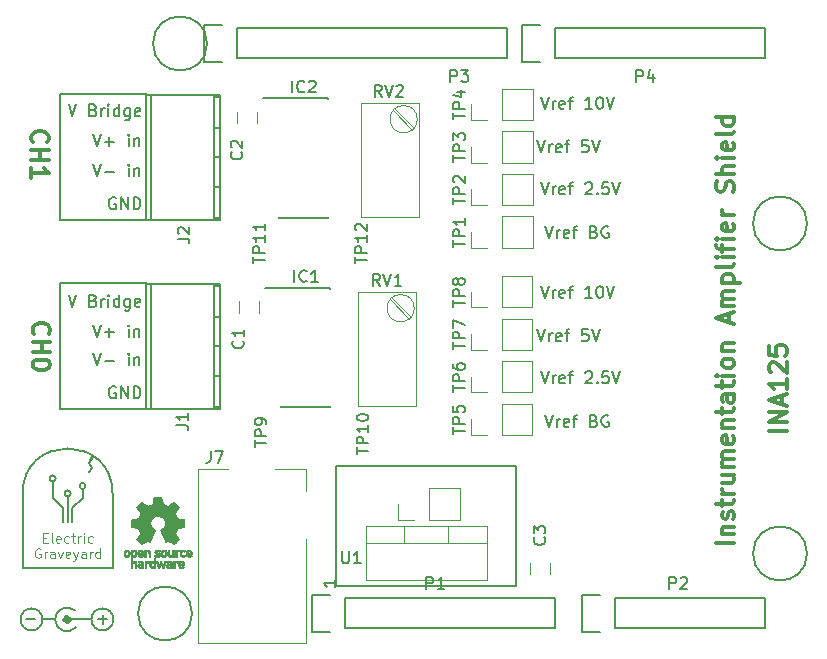
<source format=gbr>
G04 #@! TF.GenerationSoftware,KiCad,Pcbnew,(5.0.0-rc3-dev-14-g1a2291879)*
G04 #@! TF.CreationDate,2019-01-08T02:03:16-05:00*
G04 #@! TF.ProjectId,LoadCellShield,4C6F616443656C6C536869656C642E6B,rev?*
G04 #@! TF.SameCoordinates,Original*
G04 #@! TF.FileFunction,Legend,Top*
G04 #@! TF.FilePolarity,Positive*
%FSLAX46Y46*%
G04 Gerber Fmt 4.6, Leading zero omitted, Abs format (unit mm)*
G04 Created by KiCad (PCBNEW (5.0.0-rc3-dev-14-g1a2291879)) date 01/08/19 02:03:16*
%MOMM*%
%LPD*%
G01*
G04 APERTURE LIST*
%ADD10C,0.150000*%
%ADD11C,0.300000*%
%ADD12C,0.100000*%
%ADD13C,0.200000*%
%ADD14C,0.120000*%
%ADD15C,0.500000*%
%ADD16C,0.010000*%
G04 APERTURE END LIST*
D10*
X118872000Y-110617000D02*
X118491000Y-111125000D01*
X118745000Y-111506000D02*
X118491000Y-111887000D01*
X118491000Y-111125000D02*
X118745000Y-111506000D01*
X118745000Y-110490000D02*
X118491000Y-111125000D01*
X115443000Y-114046000D02*
X116332000Y-114935000D01*
D11*
X177589571Y-108346428D02*
X176089571Y-108346428D01*
X177589571Y-107632142D02*
X176089571Y-107632142D01*
X177589571Y-106775000D01*
X176089571Y-106775000D01*
X177161000Y-106132142D02*
X177161000Y-105417857D01*
X177589571Y-106275000D02*
X176089571Y-105775000D01*
X177589571Y-105275000D01*
X177589571Y-103989285D02*
X177589571Y-104846428D01*
X177589571Y-104417857D02*
X176089571Y-104417857D01*
X176303857Y-104560714D01*
X176446714Y-104703571D01*
X176518142Y-104846428D01*
X176232428Y-103417857D02*
X176161000Y-103346428D01*
X176089571Y-103203571D01*
X176089571Y-102846428D01*
X176161000Y-102703571D01*
X176232428Y-102632142D01*
X176375285Y-102560714D01*
X176518142Y-102560714D01*
X176732428Y-102632142D01*
X177589571Y-103489285D01*
X177589571Y-102560714D01*
X176089571Y-101203571D02*
X176089571Y-101917857D01*
X176803857Y-101989285D01*
X176732428Y-101917857D01*
X176661000Y-101775000D01*
X176661000Y-101417857D01*
X176732428Y-101275000D01*
X176803857Y-101203571D01*
X176946714Y-101132142D01*
X177303857Y-101132142D01*
X177446714Y-101203571D01*
X177518142Y-101275000D01*
X177589571Y-101417857D01*
X177589571Y-101775000D01*
X177518142Y-101917857D01*
X177446714Y-101989285D01*
D12*
X114636809Y-117402857D02*
X114903476Y-117402857D01*
X115017761Y-117821904D02*
X114636809Y-117821904D01*
X114636809Y-117021904D01*
X115017761Y-117021904D01*
X115474904Y-117821904D02*
X115398714Y-117783809D01*
X115360619Y-117707619D01*
X115360619Y-117021904D01*
X116084428Y-117783809D02*
X116008238Y-117821904D01*
X115855857Y-117821904D01*
X115779666Y-117783809D01*
X115741571Y-117707619D01*
X115741571Y-117402857D01*
X115779666Y-117326666D01*
X115855857Y-117288571D01*
X116008238Y-117288571D01*
X116084428Y-117326666D01*
X116122523Y-117402857D01*
X116122523Y-117479047D01*
X115741571Y-117555238D01*
X116808238Y-117783809D02*
X116732047Y-117821904D01*
X116579666Y-117821904D01*
X116503476Y-117783809D01*
X116465380Y-117745714D01*
X116427285Y-117669523D01*
X116427285Y-117440952D01*
X116465380Y-117364761D01*
X116503476Y-117326666D01*
X116579666Y-117288571D01*
X116732047Y-117288571D01*
X116808238Y-117326666D01*
X117036809Y-117288571D02*
X117341571Y-117288571D01*
X117151095Y-117021904D02*
X117151095Y-117707619D01*
X117189190Y-117783809D01*
X117265380Y-117821904D01*
X117341571Y-117821904D01*
X117608238Y-117821904D02*
X117608238Y-117288571D01*
X117608238Y-117440952D02*
X117646333Y-117364761D01*
X117684428Y-117326666D01*
X117760619Y-117288571D01*
X117836809Y-117288571D01*
X118103476Y-117821904D02*
X118103476Y-117288571D01*
X118103476Y-117021904D02*
X118065380Y-117060000D01*
X118103476Y-117098095D01*
X118141571Y-117060000D01*
X118103476Y-117021904D01*
X118103476Y-117098095D01*
X118827285Y-117783809D02*
X118751095Y-117821904D01*
X118598714Y-117821904D01*
X118522523Y-117783809D01*
X118484428Y-117745714D01*
X118446333Y-117669523D01*
X118446333Y-117440952D01*
X118484428Y-117364761D01*
X118522523Y-117326666D01*
X118598714Y-117288571D01*
X118751095Y-117288571D01*
X118827285Y-117326666D01*
X114389190Y-118360000D02*
X114313000Y-118321904D01*
X114198714Y-118321904D01*
X114084428Y-118360000D01*
X114008238Y-118436190D01*
X113970142Y-118512380D01*
X113932047Y-118664761D01*
X113932047Y-118779047D01*
X113970142Y-118931428D01*
X114008238Y-119007619D01*
X114084428Y-119083809D01*
X114198714Y-119121904D01*
X114274904Y-119121904D01*
X114389190Y-119083809D01*
X114427285Y-119045714D01*
X114427285Y-118779047D01*
X114274904Y-118779047D01*
X114770142Y-119121904D02*
X114770142Y-118588571D01*
X114770142Y-118740952D02*
X114808238Y-118664761D01*
X114846333Y-118626666D01*
X114922523Y-118588571D01*
X114998714Y-118588571D01*
X115608238Y-119121904D02*
X115608238Y-118702857D01*
X115570142Y-118626666D01*
X115493952Y-118588571D01*
X115341571Y-118588571D01*
X115265380Y-118626666D01*
X115608238Y-119083809D02*
X115532047Y-119121904D01*
X115341571Y-119121904D01*
X115265380Y-119083809D01*
X115227285Y-119007619D01*
X115227285Y-118931428D01*
X115265380Y-118855238D01*
X115341571Y-118817142D01*
X115532047Y-118817142D01*
X115608238Y-118779047D01*
X115913000Y-118588571D02*
X116103476Y-119121904D01*
X116293952Y-118588571D01*
X116903476Y-119083809D02*
X116827285Y-119121904D01*
X116674904Y-119121904D01*
X116598714Y-119083809D01*
X116560619Y-119007619D01*
X116560619Y-118702857D01*
X116598714Y-118626666D01*
X116674904Y-118588571D01*
X116827285Y-118588571D01*
X116903476Y-118626666D01*
X116941571Y-118702857D01*
X116941571Y-118779047D01*
X116560619Y-118855238D01*
X117208238Y-118588571D02*
X117398714Y-119121904D01*
X117589190Y-118588571D02*
X117398714Y-119121904D01*
X117322523Y-119312380D01*
X117284428Y-119350476D01*
X117208238Y-119388571D01*
X118236809Y-119121904D02*
X118236809Y-118702857D01*
X118198714Y-118626666D01*
X118122523Y-118588571D01*
X117970142Y-118588571D01*
X117893952Y-118626666D01*
X118236809Y-119083809D02*
X118160619Y-119121904D01*
X117970142Y-119121904D01*
X117893952Y-119083809D01*
X117855857Y-119007619D01*
X117855857Y-118931428D01*
X117893952Y-118855238D01*
X117970142Y-118817142D01*
X118160619Y-118817142D01*
X118236809Y-118779047D01*
X118617761Y-119121904D02*
X118617761Y-118588571D01*
X118617761Y-118740952D02*
X118655857Y-118664761D01*
X118693952Y-118626666D01*
X118770142Y-118588571D01*
X118846333Y-118588571D01*
X119455857Y-119121904D02*
X119455857Y-118321904D01*
X119455857Y-119083809D02*
X119379666Y-119121904D01*
X119227285Y-119121904D01*
X119151095Y-119083809D01*
X119113000Y-119045714D01*
X119074904Y-118969523D01*
X119074904Y-118740952D01*
X119113000Y-118664761D01*
X119151095Y-118626666D01*
X119227285Y-118588571D01*
X119379666Y-118588571D01*
X119455857Y-118626666D01*
D10*
X117094000Y-114935000D02*
X117094000Y-116078000D01*
X117983000Y-114046000D02*
X117094000Y-114935000D01*
X117983000Y-113284000D02*
X117983000Y-114046000D01*
X116713000Y-113919000D02*
X116713000Y-116078000D01*
X116332000Y-114935000D02*
X116332000Y-116078000D01*
X115443000Y-112649000D02*
X115443000Y-114046000D01*
X118237000Y-113030000D02*
G75*
G03X118237000Y-113030000I-254000J0D01*
G01*
X116967000Y-113665000D02*
G75*
G03X116967000Y-113665000I-254000J0D01*
G01*
X115697000Y-112395000D02*
G75*
G03X115697000Y-112395000I-254000J0D01*
G01*
X112903000Y-120015000D02*
X112903000Y-118745000D01*
X120523000Y-120015000D02*
X120523000Y-118745000D01*
D13*
X113994590Y-124307843D02*
X113232685Y-124307843D01*
X120090590Y-124307843D02*
X119328685Y-124307843D01*
X119709638Y-123926891D02*
X119709638Y-124688795D01*
D10*
X120523000Y-118745000D02*
X120523000Y-113665000D01*
X112903000Y-120015000D02*
X120523000Y-120015000D01*
X112903000Y-113665000D02*
X112903000Y-118745000D01*
X112903000Y-113665000D02*
G75*
G02X120523000Y-113665000I3810000J0D01*
G01*
D11*
X173144571Y-117822000D02*
X171644571Y-117822000D01*
X172144571Y-117107714D02*
X173144571Y-117107714D01*
X172287428Y-117107714D02*
X172216000Y-117036285D01*
X172144571Y-116893428D01*
X172144571Y-116679142D01*
X172216000Y-116536285D01*
X172358857Y-116464857D01*
X173144571Y-116464857D01*
X173073142Y-115822000D02*
X173144571Y-115679142D01*
X173144571Y-115393428D01*
X173073142Y-115250571D01*
X172930285Y-115179142D01*
X172858857Y-115179142D01*
X172716000Y-115250571D01*
X172644571Y-115393428D01*
X172644571Y-115607714D01*
X172573142Y-115750571D01*
X172430285Y-115822000D01*
X172358857Y-115822000D01*
X172216000Y-115750571D01*
X172144571Y-115607714D01*
X172144571Y-115393428D01*
X172216000Y-115250571D01*
X172144571Y-114750571D02*
X172144571Y-114179142D01*
X171644571Y-114536285D02*
X172930285Y-114536285D01*
X173073142Y-114464857D01*
X173144571Y-114322000D01*
X173144571Y-114179142D01*
X173144571Y-113679142D02*
X172144571Y-113679142D01*
X172430285Y-113679142D02*
X172287428Y-113607714D01*
X172216000Y-113536285D01*
X172144571Y-113393428D01*
X172144571Y-113250571D01*
X172144571Y-112107714D02*
X173144571Y-112107714D01*
X172144571Y-112750571D02*
X172930285Y-112750571D01*
X173073142Y-112679142D01*
X173144571Y-112536285D01*
X173144571Y-112322000D01*
X173073142Y-112179142D01*
X173001714Y-112107714D01*
X173144571Y-111393428D02*
X172144571Y-111393428D01*
X172287428Y-111393428D02*
X172216000Y-111322000D01*
X172144571Y-111179142D01*
X172144571Y-110964857D01*
X172216000Y-110822000D01*
X172358857Y-110750571D01*
X173144571Y-110750571D01*
X172358857Y-110750571D02*
X172216000Y-110679142D01*
X172144571Y-110536285D01*
X172144571Y-110322000D01*
X172216000Y-110179142D01*
X172358857Y-110107714D01*
X173144571Y-110107714D01*
X173073142Y-108822000D02*
X173144571Y-108964857D01*
X173144571Y-109250571D01*
X173073142Y-109393428D01*
X172930285Y-109464857D01*
X172358857Y-109464857D01*
X172216000Y-109393428D01*
X172144571Y-109250571D01*
X172144571Y-108964857D01*
X172216000Y-108822000D01*
X172358857Y-108750571D01*
X172501714Y-108750571D01*
X172644571Y-109464857D01*
X172144571Y-108107714D02*
X173144571Y-108107714D01*
X172287428Y-108107714D02*
X172216000Y-108036285D01*
X172144571Y-107893428D01*
X172144571Y-107679142D01*
X172216000Y-107536285D01*
X172358857Y-107464857D01*
X173144571Y-107464857D01*
X172144571Y-106964857D02*
X172144571Y-106393428D01*
X171644571Y-106750571D02*
X172930285Y-106750571D01*
X173073142Y-106679142D01*
X173144571Y-106536285D01*
X173144571Y-106393428D01*
X173144571Y-105250571D02*
X172358857Y-105250571D01*
X172216000Y-105322000D01*
X172144571Y-105464857D01*
X172144571Y-105750571D01*
X172216000Y-105893428D01*
X173073142Y-105250571D02*
X173144571Y-105393428D01*
X173144571Y-105750571D01*
X173073142Y-105893428D01*
X172930285Y-105964857D01*
X172787428Y-105964857D01*
X172644571Y-105893428D01*
X172573142Y-105750571D01*
X172573142Y-105393428D01*
X172501714Y-105250571D01*
X172144571Y-104750571D02*
X172144571Y-104179142D01*
X171644571Y-104536285D02*
X172930285Y-104536285D01*
X173073142Y-104464857D01*
X173144571Y-104322000D01*
X173144571Y-104179142D01*
X173144571Y-103679142D02*
X172144571Y-103679142D01*
X171644571Y-103679142D02*
X171716000Y-103750571D01*
X171787428Y-103679142D01*
X171716000Y-103607714D01*
X171644571Y-103679142D01*
X171787428Y-103679142D01*
X173144571Y-102750571D02*
X173073142Y-102893428D01*
X173001714Y-102964857D01*
X172858857Y-103036285D01*
X172430285Y-103036285D01*
X172287428Y-102964857D01*
X172216000Y-102893428D01*
X172144571Y-102750571D01*
X172144571Y-102536285D01*
X172216000Y-102393428D01*
X172287428Y-102322000D01*
X172430285Y-102250571D01*
X172858857Y-102250571D01*
X173001714Y-102322000D01*
X173073142Y-102393428D01*
X173144571Y-102536285D01*
X173144571Y-102750571D01*
X172144571Y-101607714D02*
X173144571Y-101607714D01*
X172287428Y-101607714D02*
X172216000Y-101536285D01*
X172144571Y-101393428D01*
X172144571Y-101179142D01*
X172216000Y-101036285D01*
X172358857Y-100964857D01*
X173144571Y-100964857D01*
X172716000Y-99179142D02*
X172716000Y-98464857D01*
X173144571Y-99322000D02*
X171644571Y-98822000D01*
X173144571Y-98322000D01*
X173144571Y-97822000D02*
X172144571Y-97822000D01*
X172287428Y-97822000D02*
X172216000Y-97750571D01*
X172144571Y-97607714D01*
X172144571Y-97393428D01*
X172216000Y-97250571D01*
X172358857Y-97179142D01*
X173144571Y-97179142D01*
X172358857Y-97179142D02*
X172216000Y-97107714D01*
X172144571Y-96964857D01*
X172144571Y-96750571D01*
X172216000Y-96607714D01*
X172358857Y-96536285D01*
X173144571Y-96536285D01*
X172144571Y-95822000D02*
X173644571Y-95822000D01*
X172216000Y-95822000D02*
X172144571Y-95679142D01*
X172144571Y-95393428D01*
X172216000Y-95250571D01*
X172287428Y-95179142D01*
X172430285Y-95107714D01*
X172858857Y-95107714D01*
X173001714Y-95179142D01*
X173073142Y-95250571D01*
X173144571Y-95393428D01*
X173144571Y-95679142D01*
X173073142Y-95822000D01*
X173144571Y-94250571D02*
X173073142Y-94393428D01*
X172930285Y-94464857D01*
X171644571Y-94464857D01*
X173144571Y-93679142D02*
X172144571Y-93679142D01*
X171644571Y-93679142D02*
X171716000Y-93750571D01*
X171787428Y-93679142D01*
X171716000Y-93607714D01*
X171644571Y-93679142D01*
X171787428Y-93679142D01*
X172144571Y-93179142D02*
X172144571Y-92607714D01*
X173144571Y-92964857D02*
X171858857Y-92964857D01*
X171716000Y-92893428D01*
X171644571Y-92750571D01*
X171644571Y-92607714D01*
X173144571Y-92107714D02*
X172144571Y-92107714D01*
X171644571Y-92107714D02*
X171716000Y-92179142D01*
X171787428Y-92107714D01*
X171716000Y-92036285D01*
X171644571Y-92107714D01*
X171787428Y-92107714D01*
X173073142Y-90822000D02*
X173144571Y-90964857D01*
X173144571Y-91250571D01*
X173073142Y-91393428D01*
X172930285Y-91464857D01*
X172358857Y-91464857D01*
X172216000Y-91393428D01*
X172144571Y-91250571D01*
X172144571Y-90964857D01*
X172216000Y-90822000D01*
X172358857Y-90750571D01*
X172501714Y-90750571D01*
X172644571Y-91464857D01*
X173144571Y-90107714D02*
X172144571Y-90107714D01*
X172430285Y-90107714D02*
X172287428Y-90036285D01*
X172216000Y-89964857D01*
X172144571Y-89822000D01*
X172144571Y-89679142D01*
X173073142Y-88107714D02*
X173144571Y-87893428D01*
X173144571Y-87536285D01*
X173073142Y-87393428D01*
X173001714Y-87322000D01*
X172858857Y-87250571D01*
X172716000Y-87250571D01*
X172573142Y-87322000D01*
X172501714Y-87393428D01*
X172430285Y-87536285D01*
X172358857Y-87822000D01*
X172287428Y-87964857D01*
X172216000Y-88036285D01*
X172073142Y-88107714D01*
X171930285Y-88107714D01*
X171787428Y-88036285D01*
X171716000Y-87964857D01*
X171644571Y-87822000D01*
X171644571Y-87464857D01*
X171716000Y-87250571D01*
X173144571Y-86607714D02*
X171644571Y-86607714D01*
X173144571Y-85964857D02*
X172358857Y-85964857D01*
X172216000Y-86036285D01*
X172144571Y-86179142D01*
X172144571Y-86393428D01*
X172216000Y-86536285D01*
X172287428Y-86607714D01*
X173144571Y-85250571D02*
X172144571Y-85250571D01*
X171644571Y-85250571D02*
X171716000Y-85322000D01*
X171787428Y-85250571D01*
X171716000Y-85179142D01*
X171644571Y-85250571D01*
X171787428Y-85250571D01*
X173073142Y-83964857D02*
X173144571Y-84107714D01*
X173144571Y-84393428D01*
X173073142Y-84536285D01*
X172930285Y-84607714D01*
X172358857Y-84607714D01*
X172216000Y-84536285D01*
X172144571Y-84393428D01*
X172144571Y-84107714D01*
X172216000Y-83964857D01*
X172358857Y-83893428D01*
X172501714Y-83893428D01*
X172644571Y-84607714D01*
X173144571Y-83036285D02*
X173073142Y-83179142D01*
X172930285Y-83250571D01*
X171644571Y-83250571D01*
X173144571Y-81822000D02*
X171644571Y-81822000D01*
X173073142Y-81822000D02*
X173144571Y-81964857D01*
X173144571Y-82250571D01*
X173073142Y-82393428D01*
X173001714Y-82464857D01*
X172858857Y-82536285D01*
X172430285Y-82536285D01*
X172287428Y-82464857D01*
X172216000Y-82393428D01*
X172144571Y-82250571D01*
X172144571Y-81964857D01*
X172216000Y-81822000D01*
D13*
X156789857Y-103338380D02*
X157123190Y-104338380D01*
X157456523Y-103338380D01*
X157789857Y-104338380D02*
X157789857Y-103671714D01*
X157789857Y-103862190D02*
X157837476Y-103766952D01*
X157885095Y-103719333D01*
X157980333Y-103671714D01*
X158075571Y-103671714D01*
X158789857Y-104290761D02*
X158694619Y-104338380D01*
X158504142Y-104338380D01*
X158408904Y-104290761D01*
X158361285Y-104195523D01*
X158361285Y-103814571D01*
X158408904Y-103719333D01*
X158504142Y-103671714D01*
X158694619Y-103671714D01*
X158789857Y-103719333D01*
X158837476Y-103814571D01*
X158837476Y-103909809D01*
X158361285Y-104005047D01*
X159123190Y-103671714D02*
X159504142Y-103671714D01*
X159266047Y-104338380D02*
X159266047Y-103481238D01*
X159313666Y-103386000D01*
X159408904Y-103338380D01*
X159504142Y-103338380D01*
X160551761Y-103433619D02*
X160599380Y-103386000D01*
X160694619Y-103338380D01*
X160932714Y-103338380D01*
X161027952Y-103386000D01*
X161075571Y-103433619D01*
X161123190Y-103528857D01*
X161123190Y-103624095D01*
X161075571Y-103766952D01*
X160504142Y-104338380D01*
X161123190Y-104338380D01*
X161551761Y-104243142D02*
X161599380Y-104290761D01*
X161551761Y-104338380D01*
X161504142Y-104290761D01*
X161551761Y-104243142D01*
X161551761Y-104338380D01*
X162504142Y-103338380D02*
X162027952Y-103338380D01*
X161980333Y-103814571D01*
X162027952Y-103766952D01*
X162123190Y-103719333D01*
X162361285Y-103719333D01*
X162456523Y-103766952D01*
X162504142Y-103814571D01*
X162551761Y-103909809D01*
X162551761Y-104147904D01*
X162504142Y-104243142D01*
X162456523Y-104290761D01*
X162361285Y-104338380D01*
X162123190Y-104338380D01*
X162027952Y-104290761D01*
X161980333Y-104243142D01*
X162837476Y-103338380D02*
X163170809Y-104338380D01*
X163504142Y-103338380D01*
X156773952Y-96099380D02*
X157107285Y-97099380D01*
X157440619Y-96099380D01*
X157773952Y-97099380D02*
X157773952Y-96432714D01*
X157773952Y-96623190D02*
X157821571Y-96527952D01*
X157869190Y-96480333D01*
X157964428Y-96432714D01*
X158059666Y-96432714D01*
X158773952Y-97051761D02*
X158678714Y-97099380D01*
X158488238Y-97099380D01*
X158393000Y-97051761D01*
X158345380Y-96956523D01*
X158345380Y-96575571D01*
X158393000Y-96480333D01*
X158488238Y-96432714D01*
X158678714Y-96432714D01*
X158773952Y-96480333D01*
X158821571Y-96575571D01*
X158821571Y-96670809D01*
X158345380Y-96766047D01*
X159107285Y-96432714D02*
X159488238Y-96432714D01*
X159250142Y-97099380D02*
X159250142Y-96242238D01*
X159297761Y-96147000D01*
X159393000Y-96099380D01*
X159488238Y-96099380D01*
X161107285Y-97099380D02*
X160535857Y-97099380D01*
X160821571Y-97099380D02*
X160821571Y-96099380D01*
X160726333Y-96242238D01*
X160631095Y-96337476D01*
X160535857Y-96385095D01*
X161726333Y-96099380D02*
X161821571Y-96099380D01*
X161916809Y-96147000D01*
X161964428Y-96194619D01*
X162012047Y-96289857D01*
X162059666Y-96480333D01*
X162059666Y-96718428D01*
X162012047Y-96908904D01*
X161964428Y-97004142D01*
X161916809Y-97051761D01*
X161821571Y-97099380D01*
X161726333Y-97099380D01*
X161631095Y-97051761D01*
X161583476Y-97004142D01*
X161535857Y-96908904D01*
X161488238Y-96718428D01*
X161488238Y-96480333D01*
X161535857Y-96289857D01*
X161583476Y-96194619D01*
X161631095Y-96147000D01*
X161726333Y-96099380D01*
X162345380Y-96099380D02*
X162678714Y-97099380D01*
X163012047Y-96099380D01*
X156488142Y-99782380D02*
X156821476Y-100782380D01*
X157154809Y-99782380D01*
X157488142Y-100782380D02*
X157488142Y-100115714D01*
X157488142Y-100306190D02*
X157535761Y-100210952D01*
X157583380Y-100163333D01*
X157678619Y-100115714D01*
X157773857Y-100115714D01*
X158488142Y-100734761D02*
X158392904Y-100782380D01*
X158202428Y-100782380D01*
X158107190Y-100734761D01*
X158059571Y-100639523D01*
X158059571Y-100258571D01*
X158107190Y-100163333D01*
X158202428Y-100115714D01*
X158392904Y-100115714D01*
X158488142Y-100163333D01*
X158535761Y-100258571D01*
X158535761Y-100353809D01*
X158059571Y-100449047D01*
X158821476Y-100115714D02*
X159202428Y-100115714D01*
X158964333Y-100782380D02*
X158964333Y-99925238D01*
X159011952Y-99830000D01*
X159107190Y-99782380D01*
X159202428Y-99782380D01*
X160773857Y-99782380D02*
X160297666Y-99782380D01*
X160250047Y-100258571D01*
X160297666Y-100210952D01*
X160392904Y-100163333D01*
X160631000Y-100163333D01*
X160726238Y-100210952D01*
X160773857Y-100258571D01*
X160821476Y-100353809D01*
X160821476Y-100591904D01*
X160773857Y-100687142D01*
X160726238Y-100734761D01*
X160631000Y-100782380D01*
X160392904Y-100782380D01*
X160297666Y-100734761D01*
X160250047Y-100687142D01*
X161107190Y-99782380D02*
X161440523Y-100782380D01*
X161773857Y-99782380D01*
X157154904Y-107021380D02*
X157488238Y-108021380D01*
X157821571Y-107021380D01*
X158154904Y-108021380D02*
X158154904Y-107354714D01*
X158154904Y-107545190D02*
X158202523Y-107449952D01*
X158250142Y-107402333D01*
X158345380Y-107354714D01*
X158440619Y-107354714D01*
X159154904Y-107973761D02*
X159059666Y-108021380D01*
X158869190Y-108021380D01*
X158773952Y-107973761D01*
X158726333Y-107878523D01*
X158726333Y-107497571D01*
X158773952Y-107402333D01*
X158869190Y-107354714D01*
X159059666Y-107354714D01*
X159154904Y-107402333D01*
X159202523Y-107497571D01*
X159202523Y-107592809D01*
X158726333Y-107688047D01*
X159488238Y-107354714D02*
X159869190Y-107354714D01*
X159631095Y-108021380D02*
X159631095Y-107164238D01*
X159678714Y-107069000D01*
X159773952Y-107021380D01*
X159869190Y-107021380D01*
X161297761Y-107497571D02*
X161440619Y-107545190D01*
X161488238Y-107592809D01*
X161535857Y-107688047D01*
X161535857Y-107830904D01*
X161488238Y-107926142D01*
X161440619Y-107973761D01*
X161345380Y-108021380D01*
X160964428Y-108021380D01*
X160964428Y-107021380D01*
X161297761Y-107021380D01*
X161393000Y-107069000D01*
X161440619Y-107116619D01*
X161488238Y-107211857D01*
X161488238Y-107307095D01*
X161440619Y-107402333D01*
X161393000Y-107449952D01*
X161297761Y-107497571D01*
X160964428Y-107497571D01*
X162488238Y-107069000D02*
X162393000Y-107021380D01*
X162250142Y-107021380D01*
X162107285Y-107069000D01*
X162012047Y-107164238D01*
X161964428Y-107259476D01*
X161916809Y-107449952D01*
X161916809Y-107592809D01*
X161964428Y-107783285D01*
X162012047Y-107878523D01*
X162107285Y-107973761D01*
X162250142Y-108021380D01*
X162345380Y-108021380D01*
X162488238Y-107973761D01*
X162535857Y-107926142D01*
X162535857Y-107592809D01*
X162345380Y-107592809D01*
D10*
X116078000Y-106553000D02*
X123444000Y-106553000D01*
X116078000Y-95885000D02*
X116078000Y-106553000D01*
X123444000Y-95885000D02*
X116078000Y-95885000D01*
X116078000Y-79883000D02*
X123444000Y-79883000D01*
X116078000Y-90551000D02*
X116078000Y-79883000D01*
X123444000Y-90551000D02*
X116078000Y-90551000D01*
D13*
X118880190Y-101814380D02*
X119213523Y-102814380D01*
X119546857Y-101814380D01*
X119880190Y-102433428D02*
X120642095Y-102433428D01*
X121880190Y-102814380D02*
X121880190Y-102147714D01*
X121880190Y-101814380D02*
X121832571Y-101862000D01*
X121880190Y-101909619D01*
X121927809Y-101862000D01*
X121880190Y-101814380D01*
X121880190Y-101909619D01*
X122356380Y-102147714D02*
X122356380Y-102814380D01*
X122356380Y-102242952D02*
X122404000Y-102195333D01*
X122499238Y-102147714D01*
X122642095Y-102147714D01*
X122737333Y-102195333D01*
X122784952Y-102290571D01*
X122784952Y-102814380D01*
X118880190Y-85812380D02*
X119213523Y-86812380D01*
X119546857Y-85812380D01*
X119880190Y-86431428D02*
X120642095Y-86431428D01*
X121880190Y-86812380D02*
X121880190Y-86145714D01*
X121880190Y-85812380D02*
X121832571Y-85860000D01*
X121880190Y-85907619D01*
X121927809Y-85860000D01*
X121880190Y-85812380D01*
X121880190Y-85907619D01*
X122356380Y-86145714D02*
X122356380Y-86812380D01*
X122356380Y-86240952D02*
X122404000Y-86193333D01*
X122499238Y-86145714D01*
X122642095Y-86145714D01*
X122737333Y-86193333D01*
X122784952Y-86288571D01*
X122784952Y-86812380D01*
X118880190Y-83272380D02*
X119213523Y-84272380D01*
X119546857Y-83272380D01*
X119880190Y-83891428D02*
X120642095Y-83891428D01*
X120261142Y-84272380D02*
X120261142Y-83510476D01*
X121880190Y-84272380D02*
X121880190Y-83605714D01*
X121880190Y-83272380D02*
X121832571Y-83320000D01*
X121880190Y-83367619D01*
X121927809Y-83320000D01*
X121880190Y-83272380D01*
X121880190Y-83367619D01*
X122356380Y-83605714D02*
X122356380Y-84272380D01*
X122356380Y-83700952D02*
X122404000Y-83653333D01*
X122499238Y-83605714D01*
X122642095Y-83605714D01*
X122737333Y-83653333D01*
X122784952Y-83748571D01*
X122784952Y-84272380D01*
X118880190Y-99401380D02*
X119213523Y-100401380D01*
X119546857Y-99401380D01*
X119880190Y-100020428D02*
X120642095Y-100020428D01*
X120261142Y-100401380D02*
X120261142Y-99639476D01*
X121880190Y-100401380D02*
X121880190Y-99734714D01*
X121880190Y-99401380D02*
X121832571Y-99449000D01*
X121880190Y-99496619D01*
X121927809Y-99449000D01*
X121880190Y-99401380D01*
X121880190Y-99496619D01*
X122356380Y-99734714D02*
X122356380Y-100401380D01*
X122356380Y-99829952D02*
X122404000Y-99782333D01*
X122499238Y-99734714D01*
X122642095Y-99734714D01*
X122737333Y-99782333D01*
X122784952Y-99877571D01*
X122784952Y-100401380D01*
X116792761Y-96861380D02*
X117126095Y-97861380D01*
X117459428Y-96861380D01*
X118888000Y-97337571D02*
X119030857Y-97385190D01*
X119078476Y-97432809D01*
X119126095Y-97528047D01*
X119126095Y-97670904D01*
X119078476Y-97766142D01*
X119030857Y-97813761D01*
X118935619Y-97861380D01*
X118554666Y-97861380D01*
X118554666Y-96861380D01*
X118888000Y-96861380D01*
X118983238Y-96909000D01*
X119030857Y-96956619D01*
X119078476Y-97051857D01*
X119078476Y-97147095D01*
X119030857Y-97242333D01*
X118983238Y-97289952D01*
X118888000Y-97337571D01*
X118554666Y-97337571D01*
X119554666Y-97861380D02*
X119554666Y-97194714D01*
X119554666Y-97385190D02*
X119602285Y-97289952D01*
X119649904Y-97242333D01*
X119745142Y-97194714D01*
X119840380Y-97194714D01*
X120173714Y-97861380D02*
X120173714Y-97194714D01*
X120173714Y-96861380D02*
X120126095Y-96909000D01*
X120173714Y-96956619D01*
X120221333Y-96909000D01*
X120173714Y-96861380D01*
X120173714Y-96956619D01*
X121078476Y-97861380D02*
X121078476Y-96861380D01*
X121078476Y-97813761D02*
X120983238Y-97861380D01*
X120792761Y-97861380D01*
X120697523Y-97813761D01*
X120649904Y-97766142D01*
X120602285Y-97670904D01*
X120602285Y-97385190D01*
X120649904Y-97289952D01*
X120697523Y-97242333D01*
X120792761Y-97194714D01*
X120983238Y-97194714D01*
X121078476Y-97242333D01*
X121983238Y-97194714D02*
X121983238Y-98004238D01*
X121935619Y-98099476D01*
X121888000Y-98147095D01*
X121792761Y-98194714D01*
X121649904Y-98194714D01*
X121554666Y-98147095D01*
X121983238Y-97813761D02*
X121888000Y-97861380D01*
X121697523Y-97861380D01*
X121602285Y-97813761D01*
X121554666Y-97766142D01*
X121507047Y-97670904D01*
X121507047Y-97385190D01*
X121554666Y-97289952D01*
X121602285Y-97242333D01*
X121697523Y-97194714D01*
X121888000Y-97194714D01*
X121983238Y-97242333D01*
X122840380Y-97813761D02*
X122745142Y-97861380D01*
X122554666Y-97861380D01*
X122459428Y-97813761D01*
X122411809Y-97718523D01*
X122411809Y-97337571D01*
X122459428Y-97242333D01*
X122554666Y-97194714D01*
X122745142Y-97194714D01*
X122840380Y-97242333D01*
X122888000Y-97337571D01*
X122888000Y-97432809D01*
X122411809Y-97528047D01*
X116792761Y-80732380D02*
X117126095Y-81732380D01*
X117459428Y-80732380D01*
X118888000Y-81208571D02*
X119030857Y-81256190D01*
X119078476Y-81303809D01*
X119126095Y-81399047D01*
X119126095Y-81541904D01*
X119078476Y-81637142D01*
X119030857Y-81684761D01*
X118935619Y-81732380D01*
X118554666Y-81732380D01*
X118554666Y-80732380D01*
X118888000Y-80732380D01*
X118983238Y-80780000D01*
X119030857Y-80827619D01*
X119078476Y-80922857D01*
X119078476Y-81018095D01*
X119030857Y-81113333D01*
X118983238Y-81160952D01*
X118888000Y-81208571D01*
X118554666Y-81208571D01*
X119554666Y-81732380D02*
X119554666Y-81065714D01*
X119554666Y-81256190D02*
X119602285Y-81160952D01*
X119649904Y-81113333D01*
X119745142Y-81065714D01*
X119840380Y-81065714D01*
X120173714Y-81732380D02*
X120173714Y-81065714D01*
X120173714Y-80732380D02*
X120126095Y-80780000D01*
X120173714Y-80827619D01*
X120221333Y-80780000D01*
X120173714Y-80732380D01*
X120173714Y-80827619D01*
X121078476Y-81732380D02*
X121078476Y-80732380D01*
X121078476Y-81684761D02*
X120983238Y-81732380D01*
X120792761Y-81732380D01*
X120697523Y-81684761D01*
X120649904Y-81637142D01*
X120602285Y-81541904D01*
X120602285Y-81256190D01*
X120649904Y-81160952D01*
X120697523Y-81113333D01*
X120792761Y-81065714D01*
X120983238Y-81065714D01*
X121078476Y-81113333D01*
X121983238Y-81065714D02*
X121983238Y-81875238D01*
X121935619Y-81970476D01*
X121888000Y-82018095D01*
X121792761Y-82065714D01*
X121649904Y-82065714D01*
X121554666Y-82018095D01*
X121983238Y-81684761D02*
X121888000Y-81732380D01*
X121697523Y-81732380D01*
X121602285Y-81684761D01*
X121554666Y-81637142D01*
X121507047Y-81541904D01*
X121507047Y-81256190D01*
X121554666Y-81160952D01*
X121602285Y-81113333D01*
X121697523Y-81065714D01*
X121888000Y-81065714D01*
X121983238Y-81113333D01*
X122840380Y-81684761D02*
X122745142Y-81732380D01*
X122554666Y-81732380D01*
X122459428Y-81684761D01*
X122411809Y-81589523D01*
X122411809Y-81208571D01*
X122459428Y-81113333D01*
X122554666Y-81065714D01*
X122745142Y-81065714D01*
X122840380Y-81113333D01*
X122888000Y-81208571D01*
X122888000Y-81303809D01*
X122411809Y-81399047D01*
X120777095Y-88654000D02*
X120681857Y-88606380D01*
X120539000Y-88606380D01*
X120396142Y-88654000D01*
X120300904Y-88749238D01*
X120253285Y-88844476D01*
X120205666Y-89034952D01*
X120205666Y-89177809D01*
X120253285Y-89368285D01*
X120300904Y-89463523D01*
X120396142Y-89558761D01*
X120539000Y-89606380D01*
X120634238Y-89606380D01*
X120777095Y-89558761D01*
X120824714Y-89511142D01*
X120824714Y-89177809D01*
X120634238Y-89177809D01*
X121253285Y-89606380D02*
X121253285Y-88606380D01*
X121824714Y-89606380D01*
X121824714Y-88606380D01*
X122300904Y-89606380D02*
X122300904Y-88606380D01*
X122539000Y-88606380D01*
X122681857Y-88654000D01*
X122777095Y-88749238D01*
X122824714Y-88844476D01*
X122872333Y-89034952D01*
X122872333Y-89177809D01*
X122824714Y-89368285D01*
X122777095Y-89463523D01*
X122681857Y-89558761D01*
X122539000Y-89606380D01*
X122300904Y-89606380D01*
X120777095Y-104656000D02*
X120681857Y-104608380D01*
X120539000Y-104608380D01*
X120396142Y-104656000D01*
X120300904Y-104751238D01*
X120253285Y-104846476D01*
X120205666Y-105036952D01*
X120205666Y-105179809D01*
X120253285Y-105370285D01*
X120300904Y-105465523D01*
X120396142Y-105560761D01*
X120539000Y-105608380D01*
X120634238Y-105608380D01*
X120777095Y-105560761D01*
X120824714Y-105513142D01*
X120824714Y-105179809D01*
X120634238Y-105179809D01*
X121253285Y-105608380D02*
X121253285Y-104608380D01*
X121824714Y-105608380D01*
X121824714Y-104608380D01*
X122300904Y-105608380D02*
X122300904Y-104608380D01*
X122539000Y-104608380D01*
X122681857Y-104656000D01*
X122777095Y-104751238D01*
X122824714Y-104846476D01*
X122872333Y-105036952D01*
X122872333Y-105179809D01*
X122824714Y-105370285D01*
X122777095Y-105465523D01*
X122681857Y-105560761D01*
X122539000Y-105608380D01*
X122300904Y-105608380D01*
X156773952Y-80097380D02*
X157107285Y-81097380D01*
X157440619Y-80097380D01*
X157773952Y-81097380D02*
X157773952Y-80430714D01*
X157773952Y-80621190D02*
X157821571Y-80525952D01*
X157869190Y-80478333D01*
X157964428Y-80430714D01*
X158059666Y-80430714D01*
X158773952Y-81049761D02*
X158678714Y-81097380D01*
X158488238Y-81097380D01*
X158393000Y-81049761D01*
X158345380Y-80954523D01*
X158345380Y-80573571D01*
X158393000Y-80478333D01*
X158488238Y-80430714D01*
X158678714Y-80430714D01*
X158773952Y-80478333D01*
X158821571Y-80573571D01*
X158821571Y-80668809D01*
X158345380Y-80764047D01*
X159107285Y-80430714D02*
X159488238Y-80430714D01*
X159250142Y-81097380D02*
X159250142Y-80240238D01*
X159297761Y-80145000D01*
X159393000Y-80097380D01*
X159488238Y-80097380D01*
X161107285Y-81097380D02*
X160535857Y-81097380D01*
X160821571Y-81097380D02*
X160821571Y-80097380D01*
X160726333Y-80240238D01*
X160631095Y-80335476D01*
X160535857Y-80383095D01*
X161726333Y-80097380D02*
X161821571Y-80097380D01*
X161916809Y-80145000D01*
X161964428Y-80192619D01*
X162012047Y-80287857D01*
X162059666Y-80478333D01*
X162059666Y-80716428D01*
X162012047Y-80906904D01*
X161964428Y-81002142D01*
X161916809Y-81049761D01*
X161821571Y-81097380D01*
X161726333Y-81097380D01*
X161631095Y-81049761D01*
X161583476Y-81002142D01*
X161535857Y-80906904D01*
X161488238Y-80716428D01*
X161488238Y-80478333D01*
X161535857Y-80287857D01*
X161583476Y-80192619D01*
X161631095Y-80145000D01*
X161726333Y-80097380D01*
X162345380Y-80097380D02*
X162678714Y-81097380D01*
X163012047Y-80097380D01*
X156488142Y-83780380D02*
X156821476Y-84780380D01*
X157154809Y-83780380D01*
X157488142Y-84780380D02*
X157488142Y-84113714D01*
X157488142Y-84304190D02*
X157535761Y-84208952D01*
X157583380Y-84161333D01*
X157678619Y-84113714D01*
X157773857Y-84113714D01*
X158488142Y-84732761D02*
X158392904Y-84780380D01*
X158202428Y-84780380D01*
X158107190Y-84732761D01*
X158059571Y-84637523D01*
X158059571Y-84256571D01*
X158107190Y-84161333D01*
X158202428Y-84113714D01*
X158392904Y-84113714D01*
X158488142Y-84161333D01*
X158535761Y-84256571D01*
X158535761Y-84351809D01*
X158059571Y-84447047D01*
X158821476Y-84113714D02*
X159202428Y-84113714D01*
X158964333Y-84780380D02*
X158964333Y-83923238D01*
X159011952Y-83828000D01*
X159107190Y-83780380D01*
X159202428Y-83780380D01*
X160773857Y-83780380D02*
X160297666Y-83780380D01*
X160250047Y-84256571D01*
X160297666Y-84208952D01*
X160392904Y-84161333D01*
X160631000Y-84161333D01*
X160726238Y-84208952D01*
X160773857Y-84256571D01*
X160821476Y-84351809D01*
X160821476Y-84589904D01*
X160773857Y-84685142D01*
X160726238Y-84732761D01*
X160631000Y-84780380D01*
X160392904Y-84780380D01*
X160297666Y-84732761D01*
X160250047Y-84685142D01*
X161107190Y-83780380D02*
X161440523Y-84780380D01*
X161773857Y-83780380D01*
X156789857Y-87336380D02*
X157123190Y-88336380D01*
X157456523Y-87336380D01*
X157789857Y-88336380D02*
X157789857Y-87669714D01*
X157789857Y-87860190D02*
X157837476Y-87764952D01*
X157885095Y-87717333D01*
X157980333Y-87669714D01*
X158075571Y-87669714D01*
X158789857Y-88288761D02*
X158694619Y-88336380D01*
X158504142Y-88336380D01*
X158408904Y-88288761D01*
X158361285Y-88193523D01*
X158361285Y-87812571D01*
X158408904Y-87717333D01*
X158504142Y-87669714D01*
X158694619Y-87669714D01*
X158789857Y-87717333D01*
X158837476Y-87812571D01*
X158837476Y-87907809D01*
X158361285Y-88003047D01*
X159123190Y-87669714D02*
X159504142Y-87669714D01*
X159266047Y-88336380D02*
X159266047Y-87479238D01*
X159313666Y-87384000D01*
X159408904Y-87336380D01*
X159504142Y-87336380D01*
X160551761Y-87431619D02*
X160599380Y-87384000D01*
X160694619Y-87336380D01*
X160932714Y-87336380D01*
X161027952Y-87384000D01*
X161075571Y-87431619D01*
X161123190Y-87526857D01*
X161123190Y-87622095D01*
X161075571Y-87764952D01*
X160504142Y-88336380D01*
X161123190Y-88336380D01*
X161551761Y-88241142D02*
X161599380Y-88288761D01*
X161551761Y-88336380D01*
X161504142Y-88288761D01*
X161551761Y-88241142D01*
X161551761Y-88336380D01*
X162504142Y-87336380D02*
X162027952Y-87336380D01*
X161980333Y-87812571D01*
X162027952Y-87764952D01*
X162123190Y-87717333D01*
X162361285Y-87717333D01*
X162456523Y-87764952D01*
X162504142Y-87812571D01*
X162551761Y-87907809D01*
X162551761Y-88145904D01*
X162504142Y-88241142D01*
X162456523Y-88288761D01*
X162361285Y-88336380D01*
X162123190Y-88336380D01*
X162027952Y-88288761D01*
X161980333Y-88241142D01*
X162837476Y-87336380D02*
X163170809Y-88336380D01*
X163504142Y-87336380D01*
X157154904Y-91019380D02*
X157488238Y-92019380D01*
X157821571Y-91019380D01*
X158154904Y-92019380D02*
X158154904Y-91352714D01*
X158154904Y-91543190D02*
X158202523Y-91447952D01*
X158250142Y-91400333D01*
X158345380Y-91352714D01*
X158440619Y-91352714D01*
X159154904Y-91971761D02*
X159059666Y-92019380D01*
X158869190Y-92019380D01*
X158773952Y-91971761D01*
X158726333Y-91876523D01*
X158726333Y-91495571D01*
X158773952Y-91400333D01*
X158869190Y-91352714D01*
X159059666Y-91352714D01*
X159154904Y-91400333D01*
X159202523Y-91495571D01*
X159202523Y-91590809D01*
X158726333Y-91686047D01*
X159488238Y-91352714D02*
X159869190Y-91352714D01*
X159631095Y-92019380D02*
X159631095Y-91162238D01*
X159678714Y-91067000D01*
X159773952Y-91019380D01*
X159869190Y-91019380D01*
X161297761Y-91495571D02*
X161440619Y-91543190D01*
X161488238Y-91590809D01*
X161535857Y-91686047D01*
X161535857Y-91828904D01*
X161488238Y-91924142D01*
X161440619Y-91971761D01*
X161345380Y-92019380D01*
X160964428Y-92019380D01*
X160964428Y-91019380D01*
X161297761Y-91019380D01*
X161393000Y-91067000D01*
X161440619Y-91114619D01*
X161488238Y-91209857D01*
X161488238Y-91305095D01*
X161440619Y-91400333D01*
X161393000Y-91447952D01*
X161297761Y-91495571D01*
X160964428Y-91495571D01*
X162488238Y-91067000D02*
X162393000Y-91019380D01*
X162250142Y-91019380D01*
X162107285Y-91067000D01*
X162012047Y-91162238D01*
X161964428Y-91257476D01*
X161916809Y-91447952D01*
X161916809Y-91590809D01*
X161964428Y-91781285D01*
X162012047Y-91876523D01*
X162107285Y-91971761D01*
X162250142Y-92019380D01*
X162345380Y-92019380D01*
X162488238Y-91971761D01*
X162535857Y-91924142D01*
X162535857Y-91590809D01*
X162345380Y-91590809D01*
D10*
X154686000Y-111379000D02*
X139446000Y-111379000D01*
X154686000Y-121539000D02*
X154686000Y-111379000D01*
X139446000Y-121539000D02*
X154686000Y-121539000D01*
X139446000Y-111379000D02*
X139446000Y-121539000D01*
D11*
X113764285Y-83927285D02*
X113692857Y-83855857D01*
X113621428Y-83641571D01*
X113621428Y-83498714D01*
X113692857Y-83284428D01*
X113835714Y-83141571D01*
X113978571Y-83070142D01*
X114264285Y-82998714D01*
X114478571Y-82998714D01*
X114764285Y-83070142D01*
X114907142Y-83141571D01*
X115050000Y-83284428D01*
X115121428Y-83498714D01*
X115121428Y-83641571D01*
X115050000Y-83855857D01*
X114978571Y-83927285D01*
X113621428Y-84570142D02*
X115121428Y-84570142D01*
X114407142Y-84570142D02*
X114407142Y-85427285D01*
X113621428Y-85427285D02*
X115121428Y-85427285D01*
X113621428Y-86927285D02*
X113621428Y-86070142D01*
X113621428Y-86498714D02*
X115121428Y-86498714D01*
X114907142Y-86355857D01*
X114764285Y-86213000D01*
X114692857Y-86070142D01*
X113891285Y-100183285D02*
X113819857Y-100111857D01*
X113748428Y-99897571D01*
X113748428Y-99754714D01*
X113819857Y-99540428D01*
X113962714Y-99397571D01*
X114105571Y-99326142D01*
X114391285Y-99254714D01*
X114605571Y-99254714D01*
X114891285Y-99326142D01*
X115034142Y-99397571D01*
X115177000Y-99540428D01*
X115248428Y-99754714D01*
X115248428Y-99897571D01*
X115177000Y-100111857D01*
X115105571Y-100183285D01*
X113748428Y-100826142D02*
X115248428Y-100826142D01*
X114534142Y-100826142D02*
X114534142Y-101683285D01*
X113748428Y-101683285D02*
X115248428Y-101683285D01*
X115248428Y-102683285D02*
X115248428Y-102826142D01*
X115177000Y-102969000D01*
X115105571Y-103040428D01*
X114962714Y-103111857D01*
X114677000Y-103183285D01*
X114319857Y-103183285D01*
X114034142Y-103111857D01*
X113891285Y-103040428D01*
X113819857Y-102969000D01*
X113748428Y-102826142D01*
X113748428Y-102683285D01*
X113819857Y-102540428D01*
X113891285Y-102469000D01*
X114034142Y-102397571D01*
X114319857Y-102326142D01*
X114677000Y-102326142D01*
X114962714Y-102397571D01*
X115105571Y-102469000D01*
X115177000Y-102540428D01*
X115248428Y-102683285D01*
D10*
X139390380Y-120999285D02*
X139390380Y-121570714D01*
X139390380Y-121285000D02*
X138390380Y-121285000D01*
X138533238Y-121380238D01*
X138628476Y-121475476D01*
X138676095Y-121570714D01*
G04 #@! TO.C,IC2*
X134612504Y-80198508D02*
X133237504Y-80198508D01*
X134612504Y-90323508D02*
X138762504Y-90323508D01*
X134612504Y-80173508D02*
X138762504Y-80173508D01*
X134612504Y-90323508D02*
X134612504Y-90218508D01*
X138762504Y-90323508D02*
X138762504Y-90218508D01*
X138762504Y-80173508D02*
X138762504Y-80278508D01*
X134612504Y-80173508D02*
X134612504Y-80198508D01*
D14*
G04 #@! TO.C,J7*
X136934000Y-117491000D02*
X136934000Y-126291000D01*
X136934000Y-126291000D02*
X127734000Y-126291000D01*
X134234000Y-111591000D02*
X136934000Y-111591000D01*
X136934000Y-111591000D02*
X136934000Y-113491000D01*
X127734000Y-126291000D02*
X127734000Y-111591000D01*
X127734000Y-111591000D02*
X130334000Y-111591000D01*
D10*
G04 #@! TO.C,J2*
X123393200Y-90512900D02*
X129590800Y-90512900D01*
X129590800Y-79918560D02*
X123393200Y-79918560D01*
X129590800Y-87713820D02*
X129092960Y-87713820D01*
X129092960Y-80116680D02*
X129590800Y-80116680D01*
X129590800Y-90314780D02*
X129092960Y-90314780D01*
X129092960Y-85217000D02*
X129590800Y-85217000D01*
X129092960Y-82720180D02*
X129590800Y-82720180D01*
X129590800Y-79916020D02*
X129590800Y-90517980D01*
X129092960Y-90517980D02*
X129092960Y-79916020D01*
X123791980Y-90517980D02*
X123791980Y-79916020D01*
X123393200Y-79916020D02*
X123393200Y-90517980D01*
G04 #@! TO.C,P1*
X140208000Y-125095000D02*
X157988000Y-125095000D01*
X157988000Y-125095000D02*
X157988000Y-122555000D01*
X157988000Y-122555000D02*
X140208000Y-122555000D01*
X137388000Y-125375000D02*
X138938000Y-125375000D01*
X140208000Y-125095000D02*
X140208000Y-122555000D01*
X138938000Y-122275000D02*
X137388000Y-122275000D01*
X137388000Y-122275000D02*
X137388000Y-125375000D01*
G04 #@! TO.C,P2*
X163068000Y-125095000D02*
X175768000Y-125095000D01*
X175768000Y-125095000D02*
X175768000Y-122555000D01*
X175768000Y-122555000D02*
X163068000Y-122555000D01*
X160248000Y-125375000D02*
X161798000Y-125375000D01*
X163068000Y-125095000D02*
X163068000Y-122555000D01*
X161798000Y-122275000D02*
X160248000Y-122275000D01*
X160248000Y-122275000D02*
X160248000Y-125375000D01*
G04 #@! TO.C,P3*
X131064000Y-76835000D02*
X153924000Y-76835000D01*
X153924000Y-76835000D02*
X153924000Y-74295000D01*
X153924000Y-74295000D02*
X131064000Y-74295000D01*
X128244000Y-77115000D02*
X129794000Y-77115000D01*
X131064000Y-76835000D02*
X131064000Y-74295000D01*
X129794000Y-74015000D02*
X128244000Y-74015000D01*
X128244000Y-74015000D02*
X128244000Y-77115000D01*
G04 #@! TO.C,P4*
X157988000Y-76835000D02*
X175768000Y-76835000D01*
X175768000Y-76835000D02*
X175768000Y-74295000D01*
X175768000Y-74295000D02*
X157988000Y-74295000D01*
X155168000Y-77115000D02*
X156718000Y-77115000D01*
X157988000Y-76835000D02*
X157988000Y-74295000D01*
X156718000Y-74015000D02*
X155168000Y-74015000D01*
X155168000Y-74015000D02*
X155168000Y-77115000D01*
G04 #@! TO.C,P5*
X127254000Y-123825000D02*
G75*
G03X127254000Y-123825000I-2286000J0D01*
G01*
G04 #@! TO.C,P6*
X179324000Y-118745000D02*
G75*
G03X179324000Y-118745000I-2286000J0D01*
G01*
G04 #@! TO.C,P7*
X128524000Y-75565000D02*
G75*
G03X128524000Y-75565000I-2286000J0D01*
G01*
G04 #@! TO.C,P8*
X179324000Y-90805000D02*
G75*
G03X179324000Y-90805000I-2286000J0D01*
G01*
D14*
G04 #@! TO.C,C1*
X132937640Y-98349260D02*
X132937640Y-97349260D01*
X131237640Y-97349260D02*
X131237640Y-98349260D01*
G04 #@! TO.C,C2*
X131050685Y-81329096D02*
X131050685Y-82329096D01*
X132750685Y-82329096D02*
X132750685Y-81329096D01*
D10*
G04 #@! TO.C,IC1*
X134812640Y-96233344D02*
X134812640Y-96258344D01*
X138962640Y-96233344D02*
X138962640Y-96338344D01*
X138962640Y-106383344D02*
X138962640Y-106278344D01*
X134812640Y-106383344D02*
X134812640Y-106278344D01*
X134812640Y-96233344D02*
X138962640Y-96233344D01*
X134812640Y-106383344D02*
X138962640Y-106383344D01*
X134812640Y-96258344D02*
X133437640Y-96258344D01*
G04 #@! TO.C,J1*
X123393200Y-95918020D02*
X123393200Y-106519980D01*
X123791980Y-106519980D02*
X123791980Y-95918020D01*
X129092960Y-106519980D02*
X129092960Y-95918020D01*
X129590800Y-95918020D02*
X129590800Y-106519980D01*
X129092960Y-98722180D02*
X129590800Y-98722180D01*
X129092960Y-101219000D02*
X129590800Y-101219000D01*
X129590800Y-106316780D02*
X129092960Y-106316780D01*
X129092960Y-96118680D02*
X129590800Y-96118680D01*
X129590800Y-103715820D02*
X129092960Y-103715820D01*
X129590800Y-95920560D02*
X123393200Y-95920560D01*
X123393200Y-106514900D02*
X129590800Y-106514900D01*
D14*
G04 #@! TO.C,RV1*
X144039000Y-97242000D02*
X145649000Y-98854000D01*
X144180000Y-97102000D02*
X145790000Y-98713000D01*
X141294000Y-96648000D02*
X146245000Y-96648000D01*
X141294000Y-106298000D02*
X146245000Y-106298000D01*
X146245000Y-106298000D02*
X146245000Y-96648000D01*
X141294000Y-106298000D02*
X141294000Y-96648000D01*
X146069000Y-97978000D02*
G75*
G03X146069000Y-97978000I-1155000J0D01*
G01*
G04 #@! TO.C,RV2*
X146323000Y-81976000D02*
G75*
G03X146323000Y-81976000I-1155000J0D01*
G01*
X141548000Y-90296000D02*
X141548000Y-80646000D01*
X146499000Y-90296000D02*
X146499000Y-80646000D01*
X141548000Y-90296000D02*
X146499000Y-90296000D01*
X141548000Y-80646000D02*
X146499000Y-80646000D01*
X144434000Y-81100000D02*
X146044000Y-82711000D01*
X144293000Y-81240000D02*
X145903000Y-82852000D01*
G04 #@! TO.C,TP1*
X150905232Y-92857945D02*
X150905232Y-91527945D01*
X152235232Y-92857945D02*
X150905232Y-92857945D01*
X153505232Y-92857945D02*
X153505232Y-90197945D01*
X153505232Y-90197945D02*
X156105232Y-90197945D01*
X153505232Y-92857945D02*
X156105232Y-92857945D01*
X156105232Y-92857945D02*
X156105232Y-90197945D01*
G04 #@! TO.C,TP2*
X156105232Y-89257945D02*
X156105232Y-86597945D01*
X153505232Y-89257945D02*
X156105232Y-89257945D01*
X153505232Y-86597945D02*
X156105232Y-86597945D01*
X153505232Y-89257945D02*
X153505232Y-86597945D01*
X152235232Y-89257945D02*
X150905232Y-89257945D01*
X150905232Y-89257945D02*
X150905232Y-87927945D01*
G04 #@! TO.C,TP3*
X150905232Y-85657945D02*
X150905232Y-84327945D01*
X152235232Y-85657945D02*
X150905232Y-85657945D01*
X153505232Y-85657945D02*
X153505232Y-82997945D01*
X153505232Y-82997945D02*
X156105232Y-82997945D01*
X153505232Y-85657945D02*
X156105232Y-85657945D01*
X156105232Y-85657945D02*
X156105232Y-82997945D01*
G04 #@! TO.C,TP4*
X156105232Y-82057945D02*
X156105232Y-79397945D01*
X153505232Y-82057945D02*
X156105232Y-82057945D01*
X153505232Y-79397945D02*
X156105232Y-79397945D01*
X153505232Y-82057945D02*
X153505232Y-79397945D01*
X152235232Y-82057945D02*
X150905232Y-82057945D01*
X150905232Y-82057945D02*
X150905232Y-80727945D01*
G04 #@! TO.C,TP5*
X150872641Y-108716568D02*
X150872641Y-107386568D01*
X152202641Y-108716568D02*
X150872641Y-108716568D01*
X153472641Y-108716568D02*
X153472641Y-106056568D01*
X153472641Y-106056568D02*
X156072641Y-106056568D01*
X153472641Y-108716568D02*
X156072641Y-108716568D01*
X156072641Y-108716568D02*
X156072641Y-106056568D01*
G04 #@! TO.C,TP6*
X156072641Y-105116568D02*
X156072641Y-102456568D01*
X153472641Y-105116568D02*
X156072641Y-105116568D01*
X153472641Y-102456568D02*
X156072641Y-102456568D01*
X153472641Y-105116568D02*
X153472641Y-102456568D01*
X152202641Y-105116568D02*
X150872641Y-105116568D01*
X150872641Y-105116568D02*
X150872641Y-103786568D01*
G04 #@! TO.C,TP7*
X150872641Y-101516568D02*
X150872641Y-100186568D01*
X152202641Y-101516568D02*
X150872641Y-101516568D01*
X153472641Y-101516568D02*
X153472641Y-98856568D01*
X153472641Y-98856568D02*
X156072641Y-98856568D01*
X153472641Y-101516568D02*
X156072641Y-101516568D01*
X156072641Y-101516568D02*
X156072641Y-98856568D01*
G04 #@! TO.C,TP8*
X156072641Y-97916568D02*
X156072641Y-95256568D01*
X153472641Y-97916568D02*
X156072641Y-97916568D01*
X153472641Y-95256568D02*
X156072641Y-95256568D01*
X153472641Y-97916568D02*
X153472641Y-95256568D01*
X152202641Y-97916568D02*
X150872641Y-97916568D01*
X150872641Y-97916568D02*
X150872641Y-96586568D01*
G04 #@! TO.C,C3*
X157568000Y-120515000D02*
X157568000Y-119515000D01*
X155868000Y-119515000D02*
X155868000Y-120515000D01*
G04 #@! TO.C,U1*
X148917000Y-116379000D02*
X148917000Y-117889000D01*
X145216000Y-116379000D02*
X145216000Y-117889000D01*
X141946000Y-117889000D02*
X152186000Y-117889000D01*
X152186000Y-116379000D02*
X152186000Y-121020000D01*
X141946000Y-116379000D02*
X141946000Y-121020000D01*
X141946000Y-121020000D02*
X152186000Y-121020000D01*
X141946000Y-116379000D02*
X152186000Y-116379000D01*
D10*
G04 #@! TO.C,REF\002A\002A*
X116661638Y-124327272D02*
X118661638Y-124327272D01*
X114661638Y-124327272D02*
X115561638Y-124327272D01*
X114586638Y-124327272D02*
G75*
G03X114586638Y-124327272I-925000J0D01*
G01*
X120586638Y-124327272D02*
G75*
G03X120586638Y-124327272I-925000J0D01*
G01*
D15*
X116836638Y-124327272D02*
G75*
G03X116836638Y-124327272I-175000J0D01*
G01*
D10*
X117336638Y-123577272D02*
G75*
G03X117411638Y-125002272I-675000J-750000D01*
G01*
D14*
X149920000Y-115884000D02*
X149920000Y-113224000D01*
X147320000Y-115884000D02*
X149920000Y-115884000D01*
X147320000Y-113224000D02*
X149920000Y-113224000D01*
X147320000Y-115884000D02*
X147320000Y-113224000D01*
X146050000Y-115884000D02*
X144720000Y-115884000D01*
X144720000Y-115884000D02*
X144720000Y-114554000D01*
D16*
G04 #@! TO.C,REF\002A\002A\002A*
G36*
X122424241Y-118436184D02*
X122450753Y-118449282D01*
X122483447Y-118472106D01*
X122507275Y-118496996D01*
X122523594Y-118528249D01*
X122533760Y-118570166D01*
X122539128Y-118627044D01*
X122541056Y-118703184D01*
X122541169Y-118735917D01*
X122540839Y-118807656D01*
X122539473Y-118858927D01*
X122536500Y-118894404D01*
X122531351Y-118918763D01*
X122523457Y-118936680D01*
X122515243Y-118948902D01*
X122462813Y-119000905D01*
X122401070Y-119032184D01*
X122334464Y-119041592D01*
X122267442Y-119027980D01*
X122246208Y-119018354D01*
X122195376Y-118991859D01*
X122195376Y-119407052D01*
X122232475Y-119387868D01*
X122281357Y-119373025D01*
X122341439Y-119369222D01*
X122401436Y-119376243D01*
X122446744Y-119392013D01*
X122484325Y-119422047D01*
X122516436Y-119465024D01*
X122518850Y-119469436D01*
X122529033Y-119490221D01*
X122536470Y-119511170D01*
X122541589Y-119536548D01*
X122544819Y-119570618D01*
X122546587Y-119617641D01*
X122547323Y-119681882D01*
X122547456Y-119754176D01*
X122547456Y-119984822D01*
X122409139Y-119984822D01*
X122409139Y-119559533D01*
X122370451Y-119526979D01*
X122330262Y-119500940D01*
X122292203Y-119496205D01*
X122253934Y-119508389D01*
X122233538Y-119520320D01*
X122218358Y-119537313D01*
X122207562Y-119562995D01*
X122200317Y-119600991D01*
X122195792Y-119654926D01*
X122193156Y-119728425D01*
X122192228Y-119777347D01*
X122189089Y-119978535D01*
X122123074Y-119982336D01*
X122057060Y-119986136D01*
X122057060Y-118737650D01*
X122195376Y-118737650D01*
X122198903Y-118807254D01*
X122210785Y-118855569D01*
X122232980Y-118885631D01*
X122267441Y-118900471D01*
X122302258Y-118903436D01*
X122341671Y-118900028D01*
X122367829Y-118886617D01*
X122384186Y-118868896D01*
X122397063Y-118849835D01*
X122404728Y-118828601D01*
X122408139Y-118798849D01*
X122408251Y-118754236D01*
X122407103Y-118716880D01*
X122404468Y-118660604D01*
X122400544Y-118623658D01*
X122393937Y-118600223D01*
X122383251Y-118584480D01*
X122373167Y-118575380D01*
X122331030Y-118555537D01*
X122281160Y-118552332D01*
X122252524Y-118559168D01*
X122224172Y-118583464D01*
X122205391Y-118630728D01*
X122196288Y-118700624D01*
X122195376Y-118737650D01*
X122057060Y-118737650D01*
X122057060Y-118425614D01*
X122126218Y-118425614D01*
X122167740Y-118427256D01*
X122189162Y-118433087D01*
X122195374Y-118444461D01*
X122195376Y-118444798D01*
X122198258Y-118455938D01*
X122210970Y-118454673D01*
X122236243Y-118442433D01*
X122295131Y-118423707D01*
X122361385Y-118421739D01*
X122424241Y-118436184D01*
X122424241Y-118436184D01*
G37*
X122424241Y-118436184D02*
X122450753Y-118449282D01*
X122483447Y-118472106D01*
X122507275Y-118496996D01*
X122523594Y-118528249D01*
X122533760Y-118570166D01*
X122539128Y-118627044D01*
X122541056Y-118703184D01*
X122541169Y-118735917D01*
X122540839Y-118807656D01*
X122539473Y-118858927D01*
X122536500Y-118894404D01*
X122531351Y-118918763D01*
X122523457Y-118936680D01*
X122515243Y-118948902D01*
X122462813Y-119000905D01*
X122401070Y-119032184D01*
X122334464Y-119041592D01*
X122267442Y-119027980D01*
X122246208Y-119018354D01*
X122195376Y-118991859D01*
X122195376Y-119407052D01*
X122232475Y-119387868D01*
X122281357Y-119373025D01*
X122341439Y-119369222D01*
X122401436Y-119376243D01*
X122446744Y-119392013D01*
X122484325Y-119422047D01*
X122516436Y-119465024D01*
X122518850Y-119469436D01*
X122529033Y-119490221D01*
X122536470Y-119511170D01*
X122541589Y-119536548D01*
X122544819Y-119570618D01*
X122546587Y-119617641D01*
X122547323Y-119681882D01*
X122547456Y-119754176D01*
X122547456Y-119984822D01*
X122409139Y-119984822D01*
X122409139Y-119559533D01*
X122370451Y-119526979D01*
X122330262Y-119500940D01*
X122292203Y-119496205D01*
X122253934Y-119508389D01*
X122233538Y-119520320D01*
X122218358Y-119537313D01*
X122207562Y-119562995D01*
X122200317Y-119600991D01*
X122195792Y-119654926D01*
X122193156Y-119728425D01*
X122192228Y-119777347D01*
X122189089Y-119978535D01*
X122123074Y-119982336D01*
X122057060Y-119986136D01*
X122057060Y-118737650D01*
X122195376Y-118737650D01*
X122198903Y-118807254D01*
X122210785Y-118855569D01*
X122232980Y-118885631D01*
X122267441Y-118900471D01*
X122302258Y-118903436D01*
X122341671Y-118900028D01*
X122367829Y-118886617D01*
X122384186Y-118868896D01*
X122397063Y-118849835D01*
X122404728Y-118828601D01*
X122408139Y-118798849D01*
X122408251Y-118754236D01*
X122407103Y-118716880D01*
X122404468Y-118660604D01*
X122400544Y-118623658D01*
X122393937Y-118600223D01*
X122383251Y-118584480D01*
X122373167Y-118575380D01*
X122331030Y-118555537D01*
X122281160Y-118552332D01*
X122252524Y-118559168D01*
X122224172Y-118583464D01*
X122205391Y-118630728D01*
X122196288Y-118700624D01*
X122195376Y-118737650D01*
X122057060Y-118737650D01*
X122057060Y-118425614D01*
X122126218Y-118425614D01*
X122167740Y-118427256D01*
X122189162Y-118433087D01*
X122195374Y-118444461D01*
X122195376Y-118444798D01*
X122198258Y-118455938D01*
X122210970Y-118454673D01*
X122236243Y-118442433D01*
X122295131Y-118423707D01*
X122361385Y-118421739D01*
X122424241Y-118436184D01*
G36*
X122948790Y-119373555D02*
X123007945Y-119389339D01*
X123052977Y-119417948D01*
X123084754Y-119455419D01*
X123094634Y-119471411D01*
X123101927Y-119488163D01*
X123107026Y-119509592D01*
X123110321Y-119539616D01*
X123112203Y-119582154D01*
X123113063Y-119641122D01*
X123113293Y-119720440D01*
X123113297Y-119741484D01*
X123113297Y-119984822D01*
X123052941Y-119984822D01*
X123014443Y-119982126D01*
X122985977Y-119975295D01*
X122978845Y-119971083D01*
X122959348Y-119963813D01*
X122939434Y-119971083D01*
X122906647Y-119980160D01*
X122859022Y-119983813D01*
X122806236Y-119982228D01*
X122757964Y-119975589D01*
X122729782Y-119967072D01*
X122675247Y-119932063D01*
X122641165Y-119883479D01*
X122625843Y-119818882D01*
X122625701Y-119817223D01*
X122627045Y-119788566D01*
X122748644Y-119788566D01*
X122759274Y-119821161D01*
X122776590Y-119839505D01*
X122811348Y-119853379D01*
X122857227Y-119858917D01*
X122904012Y-119856191D01*
X122941486Y-119845274D01*
X122951985Y-119838269D01*
X122970332Y-119805904D01*
X122974980Y-119769111D01*
X122974980Y-119720763D01*
X122905418Y-119720763D01*
X122839333Y-119725850D01*
X122789236Y-119740263D01*
X122758071Y-119762729D01*
X122748644Y-119788566D01*
X122627045Y-119788566D01*
X122629013Y-119746647D01*
X122652290Y-119690845D01*
X122696052Y-119648647D01*
X122702101Y-119644808D01*
X122728093Y-119632309D01*
X122760265Y-119624740D01*
X122805240Y-119621061D01*
X122858669Y-119620216D01*
X122974980Y-119620169D01*
X122974980Y-119571411D01*
X122970047Y-119533581D01*
X122957457Y-119508236D01*
X122955983Y-119506887D01*
X122927966Y-119495800D01*
X122885674Y-119491503D01*
X122838936Y-119493615D01*
X122797582Y-119501756D01*
X122773043Y-119513965D01*
X122759747Y-119523746D01*
X122745706Y-119525613D01*
X122726329Y-119517600D01*
X122697024Y-119497739D01*
X122653197Y-119464063D01*
X122649175Y-119460909D01*
X122651236Y-119449236D01*
X122668432Y-119429822D01*
X122694567Y-119408248D01*
X122723448Y-119390096D01*
X122732522Y-119385809D01*
X122765620Y-119377256D01*
X122814120Y-119371155D01*
X122868305Y-119368708D01*
X122870839Y-119368703D01*
X122948790Y-119373555D01*
X122948790Y-119373555D01*
G37*
X122948790Y-119373555D02*
X123007945Y-119389339D01*
X123052977Y-119417948D01*
X123084754Y-119455419D01*
X123094634Y-119471411D01*
X123101927Y-119488163D01*
X123107026Y-119509592D01*
X123110321Y-119539616D01*
X123112203Y-119582154D01*
X123113063Y-119641122D01*
X123113293Y-119720440D01*
X123113297Y-119741484D01*
X123113297Y-119984822D01*
X123052941Y-119984822D01*
X123014443Y-119982126D01*
X122985977Y-119975295D01*
X122978845Y-119971083D01*
X122959348Y-119963813D01*
X122939434Y-119971083D01*
X122906647Y-119980160D01*
X122859022Y-119983813D01*
X122806236Y-119982228D01*
X122757964Y-119975589D01*
X122729782Y-119967072D01*
X122675247Y-119932063D01*
X122641165Y-119883479D01*
X122625843Y-119818882D01*
X122625701Y-119817223D01*
X122627045Y-119788566D01*
X122748644Y-119788566D01*
X122759274Y-119821161D01*
X122776590Y-119839505D01*
X122811348Y-119853379D01*
X122857227Y-119858917D01*
X122904012Y-119856191D01*
X122941486Y-119845274D01*
X122951985Y-119838269D01*
X122970332Y-119805904D01*
X122974980Y-119769111D01*
X122974980Y-119720763D01*
X122905418Y-119720763D01*
X122839333Y-119725850D01*
X122789236Y-119740263D01*
X122758071Y-119762729D01*
X122748644Y-119788566D01*
X122627045Y-119788566D01*
X122629013Y-119746647D01*
X122652290Y-119690845D01*
X122696052Y-119648647D01*
X122702101Y-119644808D01*
X122728093Y-119632309D01*
X122760265Y-119624740D01*
X122805240Y-119621061D01*
X122858669Y-119620216D01*
X122974980Y-119620169D01*
X122974980Y-119571411D01*
X122970047Y-119533581D01*
X122957457Y-119508236D01*
X122955983Y-119506887D01*
X122927966Y-119495800D01*
X122885674Y-119491503D01*
X122838936Y-119493615D01*
X122797582Y-119501756D01*
X122773043Y-119513965D01*
X122759747Y-119523746D01*
X122745706Y-119525613D01*
X122726329Y-119517600D01*
X122697024Y-119497739D01*
X122653197Y-119464063D01*
X122649175Y-119460909D01*
X122651236Y-119449236D01*
X122668432Y-119429822D01*
X122694567Y-119408248D01*
X122723448Y-119390096D01*
X122732522Y-119385809D01*
X122765620Y-119377256D01*
X122814120Y-119371155D01*
X122868305Y-119368708D01*
X122870839Y-119368703D01*
X122948790Y-119373555D01*
G36*
X123339644Y-119370020D02*
X123358461Y-119375660D01*
X123364527Y-119388053D01*
X123364782Y-119393647D01*
X123365871Y-119409230D01*
X123373368Y-119411676D01*
X123393619Y-119400993D01*
X123405649Y-119393694D01*
X123443600Y-119378063D01*
X123488928Y-119370334D01*
X123536456Y-119369740D01*
X123581005Y-119375513D01*
X123617398Y-119386884D01*
X123640457Y-119403088D01*
X123645004Y-119423355D01*
X123642709Y-119428843D01*
X123625980Y-119451626D01*
X123600037Y-119479647D01*
X123595345Y-119484177D01*
X123570617Y-119505005D01*
X123549282Y-119511735D01*
X123519445Y-119507038D01*
X123507492Y-119503917D01*
X123470295Y-119496421D01*
X123444141Y-119499792D01*
X123422054Y-119511681D01*
X123401822Y-119527635D01*
X123386921Y-119547700D01*
X123376566Y-119575702D01*
X123369971Y-119615467D01*
X123366351Y-119670823D01*
X123364922Y-119745594D01*
X123364782Y-119790740D01*
X123364782Y-119984822D01*
X123239040Y-119984822D01*
X123239040Y-119368683D01*
X123301911Y-119368683D01*
X123339644Y-119370020D01*
X123339644Y-119370020D01*
G37*
X123339644Y-119370020D02*
X123358461Y-119375660D01*
X123364527Y-119388053D01*
X123364782Y-119393647D01*
X123365871Y-119409230D01*
X123373368Y-119411676D01*
X123393619Y-119400993D01*
X123405649Y-119393694D01*
X123443600Y-119378063D01*
X123488928Y-119370334D01*
X123536456Y-119369740D01*
X123581005Y-119375513D01*
X123617398Y-119386884D01*
X123640457Y-119403088D01*
X123645004Y-119423355D01*
X123642709Y-119428843D01*
X123625980Y-119451626D01*
X123600037Y-119479647D01*
X123595345Y-119484177D01*
X123570617Y-119505005D01*
X123549282Y-119511735D01*
X123519445Y-119507038D01*
X123507492Y-119503917D01*
X123470295Y-119496421D01*
X123444141Y-119499792D01*
X123422054Y-119511681D01*
X123401822Y-119527635D01*
X123386921Y-119547700D01*
X123376566Y-119575702D01*
X123369971Y-119615467D01*
X123366351Y-119670823D01*
X123364922Y-119745594D01*
X123364782Y-119790740D01*
X123364782Y-119984822D01*
X123239040Y-119984822D01*
X123239040Y-119368683D01*
X123301911Y-119368683D01*
X123339644Y-119370020D01*
G36*
X124131812Y-119984822D02*
X124062654Y-119984822D01*
X124022512Y-119983645D01*
X124001606Y-119978772D01*
X123994078Y-119968186D01*
X123993495Y-119961029D01*
X123992226Y-119946676D01*
X123984221Y-119943923D01*
X123963185Y-119952771D01*
X123946827Y-119961029D01*
X123884023Y-119980597D01*
X123815752Y-119981729D01*
X123760248Y-119967135D01*
X123708562Y-119931877D01*
X123669162Y-119879835D01*
X123647587Y-119818450D01*
X123647038Y-119815018D01*
X123643833Y-119777571D01*
X123642239Y-119723813D01*
X123642367Y-119683155D01*
X123779721Y-119683155D01*
X123782903Y-119737194D01*
X123790141Y-119781735D01*
X123799940Y-119806888D01*
X123837011Y-119841260D01*
X123881026Y-119853582D01*
X123926416Y-119843618D01*
X123965203Y-119813895D01*
X123979892Y-119793905D01*
X123988481Y-119770050D01*
X123992504Y-119735230D01*
X123993495Y-119682930D01*
X123991722Y-119631139D01*
X123987037Y-119585634D01*
X123980397Y-119555181D01*
X123979290Y-119552452D01*
X123952509Y-119520000D01*
X123913421Y-119502183D01*
X123869685Y-119499306D01*
X123828962Y-119511674D01*
X123798913Y-119539593D01*
X123795796Y-119545148D01*
X123786039Y-119579022D01*
X123780723Y-119627728D01*
X123779721Y-119683155D01*
X123642367Y-119683155D01*
X123642432Y-119662540D01*
X123643336Y-119629563D01*
X123649486Y-119547981D01*
X123662267Y-119486730D01*
X123683529Y-119441449D01*
X123715122Y-119407779D01*
X123745793Y-119388014D01*
X123788646Y-119374120D01*
X123841944Y-119369354D01*
X123896520Y-119373236D01*
X123943208Y-119385282D01*
X123967876Y-119399693D01*
X123993495Y-119422878D01*
X123993495Y-119129773D01*
X124131812Y-119129773D01*
X124131812Y-119984822D01*
X124131812Y-119984822D01*
G37*
X124131812Y-119984822D02*
X124062654Y-119984822D01*
X124022512Y-119983645D01*
X124001606Y-119978772D01*
X123994078Y-119968186D01*
X123993495Y-119961029D01*
X123992226Y-119946676D01*
X123984221Y-119943923D01*
X123963185Y-119952771D01*
X123946827Y-119961029D01*
X123884023Y-119980597D01*
X123815752Y-119981729D01*
X123760248Y-119967135D01*
X123708562Y-119931877D01*
X123669162Y-119879835D01*
X123647587Y-119818450D01*
X123647038Y-119815018D01*
X123643833Y-119777571D01*
X123642239Y-119723813D01*
X123642367Y-119683155D01*
X123779721Y-119683155D01*
X123782903Y-119737194D01*
X123790141Y-119781735D01*
X123799940Y-119806888D01*
X123837011Y-119841260D01*
X123881026Y-119853582D01*
X123926416Y-119843618D01*
X123965203Y-119813895D01*
X123979892Y-119793905D01*
X123988481Y-119770050D01*
X123992504Y-119735230D01*
X123993495Y-119682930D01*
X123991722Y-119631139D01*
X123987037Y-119585634D01*
X123980397Y-119555181D01*
X123979290Y-119552452D01*
X123952509Y-119520000D01*
X123913421Y-119502183D01*
X123869685Y-119499306D01*
X123828962Y-119511674D01*
X123798913Y-119539593D01*
X123795796Y-119545148D01*
X123786039Y-119579022D01*
X123780723Y-119627728D01*
X123779721Y-119683155D01*
X123642367Y-119683155D01*
X123642432Y-119662540D01*
X123643336Y-119629563D01*
X123649486Y-119547981D01*
X123662267Y-119486730D01*
X123683529Y-119441449D01*
X123715122Y-119407779D01*
X123745793Y-119388014D01*
X123788646Y-119374120D01*
X123841944Y-119369354D01*
X123896520Y-119373236D01*
X123943208Y-119385282D01*
X123967876Y-119399693D01*
X123993495Y-119422878D01*
X123993495Y-119129773D01*
X124131812Y-119129773D01*
X124131812Y-119984822D01*
G36*
X124614524Y-119371237D02*
X124664255Y-119374971D01*
X124794291Y-119764773D01*
X124814678Y-119695614D01*
X124826946Y-119652874D01*
X124843085Y-119595115D01*
X124860512Y-119531625D01*
X124869726Y-119497570D01*
X124904388Y-119368683D01*
X125047391Y-119368683D01*
X125004646Y-119503857D01*
X124983596Y-119570342D01*
X124958167Y-119650539D01*
X124931610Y-119734193D01*
X124907902Y-119808782D01*
X124853902Y-119978535D01*
X124795598Y-119982328D01*
X124737295Y-119986122D01*
X124705679Y-119881734D01*
X124686182Y-119816889D01*
X124664904Y-119745400D01*
X124646308Y-119682263D01*
X124645574Y-119679750D01*
X124631684Y-119636969D01*
X124619429Y-119607779D01*
X124610846Y-119596741D01*
X124609082Y-119598018D01*
X124602891Y-119615130D01*
X124591128Y-119651787D01*
X124575225Y-119703378D01*
X124556614Y-119765294D01*
X124546543Y-119799352D01*
X124492007Y-119984822D01*
X124376264Y-119984822D01*
X124283737Y-119692471D01*
X124257744Y-119610462D01*
X124234066Y-119535987D01*
X124213820Y-119472544D01*
X124198126Y-119423632D01*
X124188102Y-119392749D01*
X124185055Y-119383726D01*
X124187467Y-119374487D01*
X124206408Y-119370441D01*
X124245823Y-119370846D01*
X124251993Y-119371152D01*
X124325086Y-119374971D01*
X124372957Y-119551010D01*
X124390553Y-119615211D01*
X124406277Y-119671649D01*
X124418746Y-119715422D01*
X124426574Y-119741630D01*
X124428020Y-119745903D01*
X124434014Y-119740990D01*
X124446101Y-119715532D01*
X124462893Y-119672997D01*
X124483003Y-119616850D01*
X124500003Y-119566130D01*
X124564794Y-119367504D01*
X124614524Y-119371237D01*
X124614524Y-119371237D01*
G37*
X124614524Y-119371237D02*
X124664255Y-119374971D01*
X124794291Y-119764773D01*
X124814678Y-119695614D01*
X124826946Y-119652874D01*
X124843085Y-119595115D01*
X124860512Y-119531625D01*
X124869726Y-119497570D01*
X124904388Y-119368683D01*
X125047391Y-119368683D01*
X125004646Y-119503857D01*
X124983596Y-119570342D01*
X124958167Y-119650539D01*
X124931610Y-119734193D01*
X124907902Y-119808782D01*
X124853902Y-119978535D01*
X124795598Y-119982328D01*
X124737295Y-119986122D01*
X124705679Y-119881734D01*
X124686182Y-119816889D01*
X124664904Y-119745400D01*
X124646308Y-119682263D01*
X124645574Y-119679750D01*
X124631684Y-119636969D01*
X124619429Y-119607779D01*
X124610846Y-119596741D01*
X124609082Y-119598018D01*
X124602891Y-119615130D01*
X124591128Y-119651787D01*
X124575225Y-119703378D01*
X124556614Y-119765294D01*
X124546543Y-119799352D01*
X124492007Y-119984822D01*
X124376264Y-119984822D01*
X124283737Y-119692471D01*
X124257744Y-119610462D01*
X124234066Y-119535987D01*
X124213820Y-119472544D01*
X124198126Y-119423632D01*
X124188102Y-119392749D01*
X124185055Y-119383726D01*
X124187467Y-119374487D01*
X124206408Y-119370441D01*
X124245823Y-119370846D01*
X124251993Y-119371152D01*
X124325086Y-119374971D01*
X124372957Y-119551010D01*
X124390553Y-119615211D01*
X124406277Y-119671649D01*
X124418746Y-119715422D01*
X124426574Y-119741630D01*
X124428020Y-119745903D01*
X124434014Y-119740990D01*
X124446101Y-119715532D01*
X124462893Y-119672997D01*
X124483003Y-119616850D01*
X124500003Y-119566130D01*
X124564794Y-119367504D01*
X124614524Y-119371237D01*
G36*
X125371411Y-119372417D02*
X125424411Y-119385290D01*
X125439731Y-119392110D01*
X125469428Y-119409974D01*
X125492220Y-119430093D01*
X125509083Y-119455962D01*
X125520998Y-119491073D01*
X125528942Y-119538920D01*
X125533894Y-119602996D01*
X125536831Y-119686794D01*
X125537947Y-119742768D01*
X125542052Y-119984822D01*
X125471932Y-119984822D01*
X125429393Y-119983038D01*
X125407476Y-119976942D01*
X125401812Y-119966706D01*
X125398821Y-119955637D01*
X125385451Y-119957754D01*
X125367233Y-119966629D01*
X125321624Y-119980233D01*
X125263007Y-119983899D01*
X125201354Y-119977903D01*
X125146638Y-119962521D01*
X125141730Y-119960386D01*
X125091723Y-119925255D01*
X125058756Y-119876419D01*
X125043587Y-119819333D01*
X125044746Y-119798824D01*
X125168508Y-119798824D01*
X125179413Y-119826425D01*
X125211745Y-119846204D01*
X125263910Y-119856819D01*
X125291787Y-119858228D01*
X125338247Y-119854620D01*
X125369129Y-119840597D01*
X125376664Y-119833931D01*
X125397076Y-119797666D01*
X125401812Y-119764773D01*
X125401812Y-119720763D01*
X125340513Y-119720763D01*
X125269256Y-119724395D01*
X125219276Y-119735818D01*
X125187696Y-119755824D01*
X125180626Y-119764743D01*
X125168508Y-119798824D01*
X125044746Y-119798824D01*
X125046971Y-119759456D01*
X125069663Y-119702244D01*
X125100624Y-119663580D01*
X125119376Y-119646864D01*
X125137733Y-119635878D01*
X125161619Y-119629180D01*
X125196957Y-119625326D01*
X125249669Y-119622873D01*
X125270577Y-119622168D01*
X125401812Y-119617879D01*
X125401620Y-119578158D01*
X125396537Y-119536405D01*
X125378162Y-119511158D01*
X125341039Y-119495030D01*
X125340043Y-119494742D01*
X125287410Y-119488400D01*
X125235906Y-119496684D01*
X125197630Y-119516827D01*
X125182272Y-119526773D01*
X125165730Y-119525397D01*
X125140275Y-119510987D01*
X125125328Y-119500817D01*
X125096091Y-119479088D01*
X125077980Y-119462800D01*
X125075074Y-119458137D01*
X125087040Y-119434005D01*
X125122396Y-119405185D01*
X125137753Y-119395461D01*
X125181901Y-119378714D01*
X125241398Y-119369227D01*
X125307487Y-119367095D01*
X125371411Y-119372417D01*
X125371411Y-119372417D01*
G37*
X125371411Y-119372417D02*
X125424411Y-119385290D01*
X125439731Y-119392110D01*
X125469428Y-119409974D01*
X125492220Y-119430093D01*
X125509083Y-119455962D01*
X125520998Y-119491073D01*
X125528942Y-119538920D01*
X125533894Y-119602996D01*
X125536831Y-119686794D01*
X125537947Y-119742768D01*
X125542052Y-119984822D01*
X125471932Y-119984822D01*
X125429393Y-119983038D01*
X125407476Y-119976942D01*
X125401812Y-119966706D01*
X125398821Y-119955637D01*
X125385451Y-119957754D01*
X125367233Y-119966629D01*
X125321624Y-119980233D01*
X125263007Y-119983899D01*
X125201354Y-119977903D01*
X125146638Y-119962521D01*
X125141730Y-119960386D01*
X125091723Y-119925255D01*
X125058756Y-119876419D01*
X125043587Y-119819333D01*
X125044746Y-119798824D01*
X125168508Y-119798824D01*
X125179413Y-119826425D01*
X125211745Y-119846204D01*
X125263910Y-119856819D01*
X125291787Y-119858228D01*
X125338247Y-119854620D01*
X125369129Y-119840597D01*
X125376664Y-119833931D01*
X125397076Y-119797666D01*
X125401812Y-119764773D01*
X125401812Y-119720763D01*
X125340513Y-119720763D01*
X125269256Y-119724395D01*
X125219276Y-119735818D01*
X125187696Y-119755824D01*
X125180626Y-119764743D01*
X125168508Y-119798824D01*
X125044746Y-119798824D01*
X125046971Y-119759456D01*
X125069663Y-119702244D01*
X125100624Y-119663580D01*
X125119376Y-119646864D01*
X125137733Y-119635878D01*
X125161619Y-119629180D01*
X125196957Y-119625326D01*
X125249669Y-119622873D01*
X125270577Y-119622168D01*
X125401812Y-119617879D01*
X125401620Y-119578158D01*
X125396537Y-119536405D01*
X125378162Y-119511158D01*
X125341039Y-119495030D01*
X125340043Y-119494742D01*
X125287410Y-119488400D01*
X125235906Y-119496684D01*
X125197630Y-119516827D01*
X125182272Y-119526773D01*
X125165730Y-119525397D01*
X125140275Y-119510987D01*
X125125328Y-119500817D01*
X125096091Y-119479088D01*
X125077980Y-119462800D01*
X125075074Y-119458137D01*
X125087040Y-119434005D01*
X125122396Y-119405185D01*
X125137753Y-119395461D01*
X125181901Y-119378714D01*
X125241398Y-119369227D01*
X125307487Y-119367095D01*
X125371411Y-119372417D01*
G36*
X125968255Y-119368486D02*
X126016595Y-119378015D01*
X126044114Y-119392125D01*
X126073064Y-119415568D01*
X126031876Y-119467571D01*
X126006482Y-119499064D01*
X125989238Y-119514428D01*
X125972102Y-119516776D01*
X125947027Y-119509217D01*
X125935257Y-119504941D01*
X125887270Y-119498631D01*
X125843324Y-119512156D01*
X125811060Y-119542710D01*
X125805819Y-119552452D01*
X125800112Y-119578258D01*
X125795706Y-119625817D01*
X125792811Y-119691758D01*
X125791631Y-119772710D01*
X125791614Y-119784226D01*
X125791614Y-119984822D01*
X125653297Y-119984822D01*
X125653297Y-119368683D01*
X125722456Y-119368683D01*
X125762333Y-119369725D01*
X125783107Y-119374358D01*
X125790789Y-119384849D01*
X125791614Y-119394745D01*
X125791614Y-119420806D01*
X125824745Y-119394745D01*
X125862735Y-119376965D01*
X125913770Y-119368174D01*
X125968255Y-119368486D01*
X125968255Y-119368486D01*
G37*
X125968255Y-119368486D02*
X126016595Y-119378015D01*
X126044114Y-119392125D01*
X126073064Y-119415568D01*
X126031876Y-119467571D01*
X126006482Y-119499064D01*
X125989238Y-119514428D01*
X125972102Y-119516776D01*
X125947027Y-119509217D01*
X125935257Y-119504941D01*
X125887270Y-119498631D01*
X125843324Y-119512156D01*
X125811060Y-119542710D01*
X125805819Y-119552452D01*
X125800112Y-119578258D01*
X125795706Y-119625817D01*
X125792811Y-119691758D01*
X125791631Y-119772710D01*
X125791614Y-119784226D01*
X125791614Y-119984822D01*
X125653297Y-119984822D01*
X125653297Y-119368683D01*
X125722456Y-119368683D01*
X125762333Y-119369725D01*
X125783107Y-119374358D01*
X125790789Y-119384849D01*
X125791614Y-119394745D01*
X125791614Y-119420806D01*
X125824745Y-119394745D01*
X125862735Y-119376965D01*
X125913770Y-119368174D01*
X125968255Y-119368486D01*
G36*
X126365581Y-119371970D02*
X126425685Y-119387597D01*
X126476021Y-119419848D01*
X126500393Y-119443940D01*
X126540345Y-119500895D01*
X126563242Y-119566965D01*
X126571108Y-119648182D01*
X126571148Y-119654748D01*
X126571218Y-119720763D01*
X126191264Y-119720763D01*
X126199363Y-119755342D01*
X126213987Y-119786659D01*
X126239581Y-119819291D01*
X126244935Y-119824500D01*
X126290943Y-119852694D01*
X126343410Y-119857475D01*
X126403803Y-119838926D01*
X126414040Y-119833931D01*
X126445439Y-119818745D01*
X126466470Y-119810094D01*
X126470139Y-119809293D01*
X126482948Y-119817063D01*
X126507378Y-119836072D01*
X126519779Y-119846460D01*
X126545476Y-119870321D01*
X126553915Y-119886077D01*
X126548058Y-119900571D01*
X126544928Y-119904534D01*
X126523725Y-119921879D01*
X126488738Y-119942959D01*
X126464337Y-119955265D01*
X126395072Y-119976946D01*
X126318388Y-119983971D01*
X126245765Y-119975647D01*
X126225426Y-119969686D01*
X126162476Y-119935952D01*
X126115815Y-119884045D01*
X126085173Y-119813459D01*
X126070282Y-119723692D01*
X126068647Y-119676753D01*
X126073421Y-119608413D01*
X126193990Y-119608413D01*
X126205652Y-119613465D01*
X126236998Y-119617429D01*
X126282571Y-119619768D01*
X126313446Y-119620169D01*
X126368981Y-119619783D01*
X126404033Y-119617975D01*
X126423262Y-119613773D01*
X126431330Y-119606203D01*
X126432901Y-119595218D01*
X126422121Y-119561381D01*
X126394980Y-119527940D01*
X126359277Y-119502272D01*
X126323560Y-119491772D01*
X126275048Y-119501086D01*
X126233053Y-119528013D01*
X126203936Y-119566827D01*
X126193990Y-119608413D01*
X126073421Y-119608413D01*
X126075599Y-119577236D01*
X126097055Y-119497949D01*
X126133470Y-119438263D01*
X126185297Y-119397549D01*
X126252990Y-119375179D01*
X126289662Y-119370871D01*
X126365581Y-119371970D01*
X126365581Y-119371970D01*
G37*
X126365581Y-119371970D02*
X126425685Y-119387597D01*
X126476021Y-119419848D01*
X126500393Y-119443940D01*
X126540345Y-119500895D01*
X126563242Y-119566965D01*
X126571108Y-119648182D01*
X126571148Y-119654748D01*
X126571218Y-119720763D01*
X126191264Y-119720763D01*
X126199363Y-119755342D01*
X126213987Y-119786659D01*
X126239581Y-119819291D01*
X126244935Y-119824500D01*
X126290943Y-119852694D01*
X126343410Y-119857475D01*
X126403803Y-119838926D01*
X126414040Y-119833931D01*
X126445439Y-119818745D01*
X126466470Y-119810094D01*
X126470139Y-119809293D01*
X126482948Y-119817063D01*
X126507378Y-119836072D01*
X126519779Y-119846460D01*
X126545476Y-119870321D01*
X126553915Y-119886077D01*
X126548058Y-119900571D01*
X126544928Y-119904534D01*
X126523725Y-119921879D01*
X126488738Y-119942959D01*
X126464337Y-119955265D01*
X126395072Y-119976946D01*
X126318388Y-119983971D01*
X126245765Y-119975647D01*
X126225426Y-119969686D01*
X126162476Y-119935952D01*
X126115815Y-119884045D01*
X126085173Y-119813459D01*
X126070282Y-119723692D01*
X126068647Y-119676753D01*
X126073421Y-119608413D01*
X126193990Y-119608413D01*
X126205652Y-119613465D01*
X126236998Y-119617429D01*
X126282571Y-119619768D01*
X126313446Y-119620169D01*
X126368981Y-119619783D01*
X126404033Y-119617975D01*
X126423262Y-119613773D01*
X126431330Y-119606203D01*
X126432901Y-119595218D01*
X126422121Y-119561381D01*
X126394980Y-119527940D01*
X126359277Y-119502272D01*
X126323560Y-119491772D01*
X126275048Y-119501086D01*
X126233053Y-119528013D01*
X126203936Y-119566827D01*
X126193990Y-119608413D01*
X126073421Y-119608413D01*
X126075599Y-119577236D01*
X126097055Y-119497949D01*
X126133470Y-119438263D01*
X126185297Y-119397549D01*
X126252990Y-119375179D01*
X126289662Y-119370871D01*
X126365581Y-119371970D01*
G36*
X121794739Y-118432148D02*
X121860521Y-118461231D01*
X121910460Y-118509793D01*
X121944626Y-118577908D01*
X121963093Y-118665651D01*
X121964417Y-118679351D01*
X121965454Y-118775939D01*
X121952007Y-118860602D01*
X121924892Y-118929221D01*
X121910373Y-118951294D01*
X121859799Y-118998011D01*
X121795391Y-119028268D01*
X121723334Y-119040824D01*
X121649815Y-119034439D01*
X121593928Y-119014772D01*
X121545868Y-118981629D01*
X121506588Y-118938175D01*
X121505908Y-118937158D01*
X121489956Y-118910338D01*
X121479590Y-118883368D01*
X121473312Y-118849332D01*
X121469627Y-118801310D01*
X121468003Y-118761931D01*
X121467328Y-118726219D01*
X121593045Y-118726219D01*
X121594274Y-118761770D01*
X121598734Y-118809094D01*
X121606603Y-118839465D01*
X121620793Y-118861072D01*
X121634083Y-118873694D01*
X121681198Y-118900122D01*
X121730495Y-118903653D01*
X121776407Y-118884639D01*
X121799362Y-118863331D01*
X121815904Y-118841859D01*
X121825579Y-118821313D01*
X121829826Y-118794574D01*
X121830080Y-118754523D01*
X121828772Y-118717638D01*
X121825957Y-118664947D01*
X121821495Y-118630772D01*
X121813452Y-118608480D01*
X121799897Y-118591442D01*
X121789155Y-118581703D01*
X121744223Y-118556123D01*
X121695751Y-118554847D01*
X121655106Y-118569999D01*
X121620433Y-118601642D01*
X121599776Y-118653620D01*
X121593045Y-118726219D01*
X121467328Y-118726219D01*
X121466521Y-118683621D01*
X121469052Y-118625056D01*
X121476638Y-118581007D01*
X121490319Y-118546248D01*
X121511135Y-118515551D01*
X121518853Y-118506436D01*
X121567111Y-118461021D01*
X121618872Y-118434493D01*
X121682172Y-118423379D01*
X121713039Y-118422471D01*
X121794739Y-118432148D01*
X121794739Y-118432148D01*
G37*
X121794739Y-118432148D02*
X121860521Y-118461231D01*
X121910460Y-118509793D01*
X121944626Y-118577908D01*
X121963093Y-118665651D01*
X121964417Y-118679351D01*
X121965454Y-118775939D01*
X121952007Y-118860602D01*
X121924892Y-118929221D01*
X121910373Y-118951294D01*
X121859799Y-118998011D01*
X121795391Y-119028268D01*
X121723334Y-119040824D01*
X121649815Y-119034439D01*
X121593928Y-119014772D01*
X121545868Y-118981629D01*
X121506588Y-118938175D01*
X121505908Y-118937158D01*
X121489956Y-118910338D01*
X121479590Y-118883368D01*
X121473312Y-118849332D01*
X121469627Y-118801310D01*
X121468003Y-118761931D01*
X121467328Y-118726219D01*
X121593045Y-118726219D01*
X121594274Y-118761770D01*
X121598734Y-118809094D01*
X121606603Y-118839465D01*
X121620793Y-118861072D01*
X121634083Y-118873694D01*
X121681198Y-118900122D01*
X121730495Y-118903653D01*
X121776407Y-118884639D01*
X121799362Y-118863331D01*
X121815904Y-118841859D01*
X121825579Y-118821313D01*
X121829826Y-118794574D01*
X121830080Y-118754523D01*
X121828772Y-118717638D01*
X121825957Y-118664947D01*
X121821495Y-118630772D01*
X121813452Y-118608480D01*
X121799897Y-118591442D01*
X121789155Y-118581703D01*
X121744223Y-118556123D01*
X121695751Y-118554847D01*
X121655106Y-118569999D01*
X121620433Y-118601642D01*
X121599776Y-118653620D01*
X121593045Y-118726219D01*
X121467328Y-118726219D01*
X121466521Y-118683621D01*
X121469052Y-118625056D01*
X121476638Y-118581007D01*
X121490319Y-118546248D01*
X121511135Y-118515551D01*
X121518853Y-118506436D01*
X121567111Y-118461021D01*
X121618872Y-118434493D01*
X121682172Y-118423379D01*
X121713039Y-118422471D01*
X121794739Y-118432148D01*
G36*
X122976301Y-118439614D02*
X122988832Y-118445514D01*
X123032201Y-118477283D01*
X123073210Y-118523646D01*
X123103832Y-118574696D01*
X123112541Y-118598166D01*
X123120488Y-118640091D01*
X123125226Y-118690757D01*
X123125801Y-118711679D01*
X123125871Y-118777693D01*
X122745917Y-118777693D01*
X122754017Y-118812273D01*
X122773896Y-118853170D01*
X122808653Y-118888514D01*
X122850002Y-118911282D01*
X122876351Y-118916010D01*
X122912084Y-118910273D01*
X122954718Y-118895882D01*
X122969201Y-118889262D01*
X123022760Y-118862513D01*
X123068467Y-118897376D01*
X123094842Y-118920955D01*
X123108876Y-118940417D01*
X123109586Y-118946129D01*
X123097049Y-118959973D01*
X123069572Y-118981012D01*
X123044634Y-118997425D01*
X122977336Y-119026930D01*
X122901890Y-119040284D01*
X122827112Y-119036812D01*
X122767505Y-119018663D01*
X122706059Y-118979784D01*
X122662392Y-118928595D01*
X122635074Y-118862367D01*
X122622678Y-118778371D01*
X122621579Y-118739936D01*
X122625978Y-118651861D01*
X122626518Y-118649299D01*
X122752418Y-118649299D01*
X122755885Y-118657558D01*
X122770137Y-118662113D01*
X122799530Y-118664065D01*
X122848425Y-118664517D01*
X122867252Y-118664525D01*
X122924533Y-118663843D01*
X122960859Y-118661364D01*
X122980396Y-118656443D01*
X122987310Y-118648434D01*
X122987555Y-118645862D01*
X122979664Y-118625423D01*
X122959915Y-118596789D01*
X122951425Y-118586763D01*
X122919906Y-118558408D01*
X122887051Y-118547259D01*
X122869349Y-118546327D01*
X122821461Y-118557981D01*
X122781301Y-118589285D01*
X122755827Y-118634752D01*
X122755375Y-118636233D01*
X122752418Y-118649299D01*
X122626518Y-118649299D01*
X122640608Y-118582510D01*
X122666962Y-118527025D01*
X122699193Y-118487639D01*
X122758783Y-118444931D01*
X122828832Y-118422109D01*
X122903339Y-118420046D01*
X122976301Y-118439614D01*
X122976301Y-118439614D01*
G37*
X122976301Y-118439614D02*
X122988832Y-118445514D01*
X123032201Y-118477283D01*
X123073210Y-118523646D01*
X123103832Y-118574696D01*
X123112541Y-118598166D01*
X123120488Y-118640091D01*
X123125226Y-118690757D01*
X123125801Y-118711679D01*
X123125871Y-118777693D01*
X122745917Y-118777693D01*
X122754017Y-118812273D01*
X122773896Y-118853170D01*
X122808653Y-118888514D01*
X122850002Y-118911282D01*
X122876351Y-118916010D01*
X122912084Y-118910273D01*
X122954718Y-118895882D01*
X122969201Y-118889262D01*
X123022760Y-118862513D01*
X123068467Y-118897376D01*
X123094842Y-118920955D01*
X123108876Y-118940417D01*
X123109586Y-118946129D01*
X123097049Y-118959973D01*
X123069572Y-118981012D01*
X123044634Y-118997425D01*
X122977336Y-119026930D01*
X122901890Y-119040284D01*
X122827112Y-119036812D01*
X122767505Y-119018663D01*
X122706059Y-118979784D01*
X122662392Y-118928595D01*
X122635074Y-118862367D01*
X122622678Y-118778371D01*
X122621579Y-118739936D01*
X122625978Y-118651861D01*
X122626518Y-118649299D01*
X122752418Y-118649299D01*
X122755885Y-118657558D01*
X122770137Y-118662113D01*
X122799530Y-118664065D01*
X122848425Y-118664517D01*
X122867252Y-118664525D01*
X122924533Y-118663843D01*
X122960859Y-118661364D01*
X122980396Y-118656443D01*
X122987310Y-118648434D01*
X122987555Y-118645862D01*
X122979664Y-118625423D01*
X122959915Y-118596789D01*
X122951425Y-118586763D01*
X122919906Y-118558408D01*
X122887051Y-118547259D01*
X122869349Y-118546327D01*
X122821461Y-118557981D01*
X122781301Y-118589285D01*
X122755827Y-118634752D01*
X122755375Y-118636233D01*
X122752418Y-118649299D01*
X122626518Y-118649299D01*
X122640608Y-118582510D01*
X122666962Y-118527025D01*
X122699193Y-118487639D01*
X122758783Y-118444931D01*
X122828832Y-118422109D01*
X122903339Y-118420046D01*
X122976301Y-118439614D01*
G36*
X124347017Y-118423452D02*
X124394634Y-118432482D01*
X124444034Y-118451370D01*
X124449312Y-118453777D01*
X124486774Y-118473476D01*
X124512717Y-118491781D01*
X124521103Y-118503508D01*
X124513117Y-118522632D01*
X124493720Y-118550850D01*
X124485110Y-118561384D01*
X124449628Y-118602847D01*
X124403885Y-118575858D01*
X124360350Y-118557878D01*
X124310050Y-118548267D01*
X124261812Y-118547660D01*
X124224467Y-118556691D01*
X124215505Y-118562327D01*
X124198437Y-118588171D01*
X124196363Y-118617941D01*
X124209134Y-118641197D01*
X124216688Y-118645708D01*
X124239325Y-118651309D01*
X124279115Y-118657892D01*
X124328166Y-118664183D01*
X124337215Y-118665170D01*
X124415996Y-118678798D01*
X124473136Y-118701946D01*
X124511030Y-118736752D01*
X124532079Y-118785354D01*
X124538635Y-118844718D01*
X124529577Y-118912198D01*
X124500164Y-118965188D01*
X124450278Y-119003783D01*
X124379800Y-119028081D01*
X124301565Y-119037667D01*
X124237766Y-119037552D01*
X124186016Y-119028845D01*
X124150673Y-119016825D01*
X124106017Y-118995880D01*
X124064747Y-118971574D01*
X124050079Y-118960876D01*
X124012357Y-118930084D01*
X124057852Y-118884049D01*
X124103347Y-118838013D01*
X124155072Y-118872243D01*
X124206952Y-118897952D01*
X124262351Y-118911399D01*
X124315605Y-118912818D01*
X124361049Y-118902443D01*
X124393016Y-118880507D01*
X124403338Y-118861998D01*
X124401789Y-118832314D01*
X124376140Y-118809615D01*
X124326460Y-118793940D01*
X124272031Y-118786695D01*
X124188264Y-118772873D01*
X124126033Y-118746796D01*
X124084507Y-118707699D01*
X124062853Y-118654820D01*
X124059853Y-118592126D01*
X124074671Y-118526642D01*
X124108454Y-118477144D01*
X124161505Y-118443408D01*
X124234126Y-118425207D01*
X124287928Y-118421639D01*
X124347017Y-118423452D01*
X124347017Y-118423452D01*
G37*
X124347017Y-118423452D02*
X124394634Y-118432482D01*
X124444034Y-118451370D01*
X124449312Y-118453777D01*
X124486774Y-118473476D01*
X124512717Y-118491781D01*
X124521103Y-118503508D01*
X124513117Y-118522632D01*
X124493720Y-118550850D01*
X124485110Y-118561384D01*
X124449628Y-118602847D01*
X124403885Y-118575858D01*
X124360350Y-118557878D01*
X124310050Y-118548267D01*
X124261812Y-118547660D01*
X124224467Y-118556691D01*
X124215505Y-118562327D01*
X124198437Y-118588171D01*
X124196363Y-118617941D01*
X124209134Y-118641197D01*
X124216688Y-118645708D01*
X124239325Y-118651309D01*
X124279115Y-118657892D01*
X124328166Y-118664183D01*
X124337215Y-118665170D01*
X124415996Y-118678798D01*
X124473136Y-118701946D01*
X124511030Y-118736752D01*
X124532079Y-118785354D01*
X124538635Y-118844718D01*
X124529577Y-118912198D01*
X124500164Y-118965188D01*
X124450278Y-119003783D01*
X124379800Y-119028081D01*
X124301565Y-119037667D01*
X124237766Y-119037552D01*
X124186016Y-119028845D01*
X124150673Y-119016825D01*
X124106017Y-118995880D01*
X124064747Y-118971574D01*
X124050079Y-118960876D01*
X124012357Y-118930084D01*
X124057852Y-118884049D01*
X124103347Y-118838013D01*
X124155072Y-118872243D01*
X124206952Y-118897952D01*
X124262351Y-118911399D01*
X124315605Y-118912818D01*
X124361049Y-118902443D01*
X124393016Y-118880507D01*
X124403338Y-118861998D01*
X124401789Y-118832314D01*
X124376140Y-118809615D01*
X124326460Y-118793940D01*
X124272031Y-118786695D01*
X124188264Y-118772873D01*
X124126033Y-118746796D01*
X124084507Y-118707699D01*
X124062853Y-118654820D01*
X124059853Y-118592126D01*
X124074671Y-118526642D01*
X124108454Y-118477144D01*
X124161505Y-118443408D01*
X124234126Y-118425207D01*
X124287928Y-118421639D01*
X124347017Y-118423452D01*
G36*
X124943762Y-118433055D02*
X125007363Y-118467692D01*
X125057123Y-118522372D01*
X125080568Y-118566842D01*
X125090634Y-118606121D01*
X125097156Y-118662116D01*
X125099951Y-118726621D01*
X125098836Y-118791429D01*
X125093626Y-118848334D01*
X125087541Y-118878727D01*
X125067014Y-118920306D01*
X125031463Y-118964468D01*
X124988619Y-119003087D01*
X124946211Y-119028034D01*
X124945177Y-119028430D01*
X124892553Y-119039331D01*
X124830188Y-119039601D01*
X124770924Y-119029676D01*
X124748040Y-119021722D01*
X124689102Y-118988300D01*
X124646890Y-118944511D01*
X124619156Y-118886538D01*
X124603651Y-118810565D01*
X124600143Y-118770771D01*
X124600590Y-118720766D01*
X124735376Y-118720766D01*
X124739917Y-118793732D01*
X124752986Y-118849334D01*
X124773756Y-118884861D01*
X124788552Y-118895020D01*
X124826464Y-118902104D01*
X124871527Y-118900007D01*
X124910487Y-118889812D01*
X124920704Y-118884204D01*
X124947659Y-118851538D01*
X124965451Y-118801545D01*
X124973024Y-118740705D01*
X124969325Y-118675497D01*
X124961057Y-118636253D01*
X124937320Y-118590805D01*
X124899849Y-118562396D01*
X124854720Y-118552573D01*
X124808011Y-118562887D01*
X124772132Y-118588112D01*
X124753277Y-118608925D01*
X124742272Y-118629439D01*
X124737026Y-118657203D01*
X124735449Y-118699762D01*
X124735376Y-118720766D01*
X124600590Y-118720766D01*
X124601094Y-118664580D01*
X124618388Y-118577501D01*
X124652029Y-118509530D01*
X124702018Y-118460664D01*
X124768356Y-118430899D01*
X124782601Y-118427448D01*
X124868210Y-118419345D01*
X124943762Y-118433055D01*
X124943762Y-118433055D01*
G37*
X124943762Y-118433055D02*
X125007363Y-118467692D01*
X125057123Y-118522372D01*
X125080568Y-118566842D01*
X125090634Y-118606121D01*
X125097156Y-118662116D01*
X125099951Y-118726621D01*
X125098836Y-118791429D01*
X125093626Y-118848334D01*
X125087541Y-118878727D01*
X125067014Y-118920306D01*
X125031463Y-118964468D01*
X124988619Y-119003087D01*
X124946211Y-119028034D01*
X124945177Y-119028430D01*
X124892553Y-119039331D01*
X124830188Y-119039601D01*
X124770924Y-119029676D01*
X124748040Y-119021722D01*
X124689102Y-118988300D01*
X124646890Y-118944511D01*
X124619156Y-118886538D01*
X124603651Y-118810565D01*
X124600143Y-118770771D01*
X124600590Y-118720766D01*
X124735376Y-118720766D01*
X124739917Y-118793732D01*
X124752986Y-118849334D01*
X124773756Y-118884861D01*
X124788552Y-118895020D01*
X124826464Y-118902104D01*
X124871527Y-118900007D01*
X124910487Y-118889812D01*
X124920704Y-118884204D01*
X124947659Y-118851538D01*
X124965451Y-118801545D01*
X124973024Y-118740705D01*
X124969325Y-118675497D01*
X124961057Y-118636253D01*
X124937320Y-118590805D01*
X124899849Y-118562396D01*
X124854720Y-118552573D01*
X124808011Y-118562887D01*
X124772132Y-118588112D01*
X124753277Y-118608925D01*
X124742272Y-118629439D01*
X124737026Y-118657203D01*
X124735449Y-118699762D01*
X124735376Y-118720766D01*
X124600590Y-118720766D01*
X124601094Y-118664580D01*
X124618388Y-118577501D01*
X124652029Y-118509530D01*
X124702018Y-118460664D01*
X124768356Y-118430899D01*
X124782601Y-118427448D01*
X124868210Y-118419345D01*
X124943762Y-118433055D01*
G36*
X125326367Y-118621342D02*
X125327555Y-118713563D01*
X125331897Y-118783610D01*
X125340558Y-118834381D01*
X125354704Y-118868772D01*
X125375500Y-118889679D01*
X125404110Y-118900000D01*
X125439535Y-118902636D01*
X125476636Y-118899682D01*
X125504818Y-118888889D01*
X125525243Y-118867360D01*
X125539079Y-118832199D01*
X125547491Y-118780510D01*
X125551643Y-118709394D01*
X125552703Y-118621342D01*
X125552703Y-118425614D01*
X125691020Y-118425614D01*
X125691020Y-119029179D01*
X125621862Y-119029179D01*
X125580170Y-119027489D01*
X125558701Y-119021556D01*
X125552703Y-119010293D01*
X125549091Y-119000261D01*
X125534714Y-119002383D01*
X125505736Y-119016580D01*
X125439319Y-119038480D01*
X125368875Y-119036928D01*
X125301377Y-119013147D01*
X125269233Y-118994362D01*
X125244715Y-118974022D01*
X125226804Y-118948573D01*
X125214479Y-118914458D01*
X125206723Y-118868121D01*
X125202516Y-118806007D01*
X125200840Y-118724561D01*
X125200624Y-118661578D01*
X125200624Y-118425614D01*
X125326367Y-118425614D01*
X125326367Y-118621342D01*
X125326367Y-118621342D01*
G37*
X125326367Y-118621342D02*
X125327555Y-118713563D01*
X125331897Y-118783610D01*
X125340558Y-118834381D01*
X125354704Y-118868772D01*
X125375500Y-118889679D01*
X125404110Y-118900000D01*
X125439535Y-118902636D01*
X125476636Y-118899682D01*
X125504818Y-118888889D01*
X125525243Y-118867360D01*
X125539079Y-118832199D01*
X125547491Y-118780510D01*
X125551643Y-118709394D01*
X125552703Y-118621342D01*
X125552703Y-118425614D01*
X125691020Y-118425614D01*
X125691020Y-119029179D01*
X125621862Y-119029179D01*
X125580170Y-119027489D01*
X125558701Y-119021556D01*
X125552703Y-119010293D01*
X125549091Y-119000261D01*
X125534714Y-119002383D01*
X125505736Y-119016580D01*
X125439319Y-119038480D01*
X125368875Y-119036928D01*
X125301377Y-119013147D01*
X125269233Y-118994362D01*
X125244715Y-118974022D01*
X125226804Y-118948573D01*
X125214479Y-118914458D01*
X125206723Y-118868121D01*
X125202516Y-118806007D01*
X125200840Y-118724561D01*
X125200624Y-118661578D01*
X125200624Y-118425614D01*
X125326367Y-118425614D01*
X125326367Y-118621342D01*
G36*
X126550226Y-118430880D02*
X126623080Y-118461830D01*
X126646027Y-118476895D01*
X126675354Y-118500048D01*
X126693764Y-118518253D01*
X126696961Y-118524183D01*
X126687935Y-118537340D01*
X126664837Y-118559667D01*
X126646344Y-118575250D01*
X126595728Y-118615926D01*
X126555760Y-118582295D01*
X126524874Y-118560584D01*
X126494759Y-118553090D01*
X126460292Y-118554920D01*
X126405561Y-118568528D01*
X126367886Y-118596772D01*
X126344991Y-118642433D01*
X126334597Y-118708289D01*
X126334595Y-118708331D01*
X126335494Y-118781939D01*
X126349463Y-118835946D01*
X126377328Y-118872716D01*
X126396325Y-118885168D01*
X126446776Y-118900673D01*
X126500663Y-118900683D01*
X126547546Y-118885638D01*
X126558644Y-118878287D01*
X126586476Y-118859511D01*
X126608236Y-118856434D01*
X126631704Y-118870409D01*
X126657649Y-118895510D01*
X126698716Y-118937880D01*
X126653121Y-118975464D01*
X126582674Y-119017882D01*
X126503233Y-119038785D01*
X126420215Y-119037272D01*
X126365694Y-119023411D01*
X126301970Y-118989135D01*
X126251005Y-118935212D01*
X126227851Y-118897149D01*
X126209099Y-118842536D01*
X126199715Y-118773369D01*
X126199643Y-118698407D01*
X126208824Y-118626409D01*
X126227199Y-118566137D01*
X126230093Y-118559958D01*
X126272952Y-118499351D01*
X126330979Y-118455224D01*
X126399591Y-118428493D01*
X126474201Y-118420073D01*
X126550226Y-118430880D01*
X126550226Y-118430880D01*
G37*
X126550226Y-118430880D02*
X126623080Y-118461830D01*
X126646027Y-118476895D01*
X126675354Y-118500048D01*
X126693764Y-118518253D01*
X126696961Y-118524183D01*
X126687935Y-118537340D01*
X126664837Y-118559667D01*
X126646344Y-118575250D01*
X126595728Y-118615926D01*
X126555760Y-118582295D01*
X126524874Y-118560584D01*
X126494759Y-118553090D01*
X126460292Y-118554920D01*
X126405561Y-118568528D01*
X126367886Y-118596772D01*
X126344991Y-118642433D01*
X126334597Y-118708289D01*
X126334595Y-118708331D01*
X126335494Y-118781939D01*
X126349463Y-118835946D01*
X126377328Y-118872716D01*
X126396325Y-118885168D01*
X126446776Y-118900673D01*
X126500663Y-118900683D01*
X126547546Y-118885638D01*
X126558644Y-118878287D01*
X126586476Y-118859511D01*
X126608236Y-118856434D01*
X126631704Y-118870409D01*
X126657649Y-118895510D01*
X126698716Y-118937880D01*
X126653121Y-118975464D01*
X126582674Y-119017882D01*
X126503233Y-119038785D01*
X126420215Y-119037272D01*
X126365694Y-119023411D01*
X126301970Y-118989135D01*
X126251005Y-118935212D01*
X126227851Y-118897149D01*
X126209099Y-118842536D01*
X126199715Y-118773369D01*
X126199643Y-118698407D01*
X126208824Y-118626409D01*
X126227199Y-118566137D01*
X126230093Y-118559958D01*
X126272952Y-118499351D01*
X126330979Y-118455224D01*
X126399591Y-118428493D01*
X126474201Y-118420073D01*
X126550226Y-118430880D01*
G36*
X127010898Y-118423457D02*
X127043096Y-118431279D01*
X127104825Y-118459921D01*
X127157610Y-118503667D01*
X127194141Y-118556117D01*
X127199160Y-118567893D01*
X127206045Y-118598740D01*
X127210864Y-118644371D01*
X127212505Y-118690492D01*
X127212505Y-118777693D01*
X127030178Y-118777693D01*
X126954979Y-118777978D01*
X126902003Y-118779704D01*
X126868325Y-118784181D01*
X126851020Y-118792720D01*
X126847163Y-118806630D01*
X126853829Y-118827222D01*
X126865770Y-118851315D01*
X126899080Y-118891525D01*
X126945368Y-118911558D01*
X127001944Y-118910905D01*
X127066031Y-118889101D01*
X127121417Y-118862193D01*
X127167375Y-118898532D01*
X127213333Y-118934872D01*
X127170096Y-118974819D01*
X127112374Y-119012563D01*
X127041386Y-119035320D01*
X126965029Y-119041688D01*
X126891199Y-119030268D01*
X126879287Y-119026393D01*
X126814399Y-118992506D01*
X126766130Y-118941986D01*
X126733465Y-118873325D01*
X126715385Y-118785014D01*
X126715175Y-118783121D01*
X126713556Y-118686878D01*
X126720100Y-118652542D01*
X126847852Y-118652542D01*
X126859584Y-118657822D01*
X126891438Y-118661867D01*
X126938397Y-118664176D01*
X126968154Y-118664525D01*
X127023648Y-118664306D01*
X127058346Y-118662916D01*
X127076601Y-118659251D01*
X127082766Y-118652210D01*
X127081195Y-118640690D01*
X127079878Y-118636233D01*
X127057382Y-118594355D01*
X127022003Y-118560604D01*
X126990780Y-118545773D01*
X126949301Y-118546668D01*
X126907269Y-118565164D01*
X126872012Y-118595786D01*
X126850854Y-118633062D01*
X126847852Y-118652542D01*
X126720100Y-118652542D01*
X126729690Y-118602229D01*
X126761698Y-118531191D01*
X126807701Y-118475779D01*
X126865821Y-118438009D01*
X126934180Y-118419896D01*
X127010898Y-118423457D01*
X127010898Y-118423457D01*
G37*
X127010898Y-118423457D02*
X127043096Y-118431279D01*
X127104825Y-118459921D01*
X127157610Y-118503667D01*
X127194141Y-118556117D01*
X127199160Y-118567893D01*
X127206045Y-118598740D01*
X127210864Y-118644371D01*
X127212505Y-118690492D01*
X127212505Y-118777693D01*
X127030178Y-118777693D01*
X126954979Y-118777978D01*
X126902003Y-118779704D01*
X126868325Y-118784181D01*
X126851020Y-118792720D01*
X126847163Y-118806630D01*
X126853829Y-118827222D01*
X126865770Y-118851315D01*
X126899080Y-118891525D01*
X126945368Y-118911558D01*
X127001944Y-118910905D01*
X127066031Y-118889101D01*
X127121417Y-118862193D01*
X127167375Y-118898532D01*
X127213333Y-118934872D01*
X127170096Y-118974819D01*
X127112374Y-119012563D01*
X127041386Y-119035320D01*
X126965029Y-119041688D01*
X126891199Y-119030268D01*
X126879287Y-119026393D01*
X126814399Y-118992506D01*
X126766130Y-118941986D01*
X126733465Y-118873325D01*
X126715385Y-118785014D01*
X126715175Y-118783121D01*
X126713556Y-118686878D01*
X126720100Y-118652542D01*
X126847852Y-118652542D01*
X126859584Y-118657822D01*
X126891438Y-118661867D01*
X126938397Y-118664176D01*
X126968154Y-118664525D01*
X127023648Y-118664306D01*
X127058346Y-118662916D01*
X127076601Y-118659251D01*
X127082766Y-118652210D01*
X127081195Y-118640690D01*
X127079878Y-118636233D01*
X127057382Y-118594355D01*
X127022003Y-118560604D01*
X126990780Y-118545773D01*
X126949301Y-118546668D01*
X126907269Y-118565164D01*
X126872012Y-118595786D01*
X126850854Y-118633062D01*
X126847852Y-118652542D01*
X126720100Y-118652542D01*
X126729690Y-118602229D01*
X126761698Y-118531191D01*
X126807701Y-118475779D01*
X126865821Y-118438009D01*
X126934180Y-118419896D01*
X127010898Y-118423457D01*
G36*
X123578988Y-118436002D02*
X123610283Y-118450950D01*
X123640591Y-118472541D01*
X123663682Y-118497391D01*
X123680500Y-118529087D01*
X123691994Y-118571214D01*
X123699109Y-118627358D01*
X123702793Y-118701106D01*
X123703992Y-118796044D01*
X123704011Y-118805985D01*
X123704287Y-119029179D01*
X123565970Y-119029179D01*
X123565970Y-118823418D01*
X123565872Y-118747189D01*
X123565191Y-118691939D01*
X123563349Y-118653501D01*
X123559767Y-118627706D01*
X123553868Y-118610384D01*
X123545073Y-118597368D01*
X123532820Y-118584507D01*
X123489953Y-118556873D01*
X123443157Y-118551745D01*
X123398576Y-118569217D01*
X123383072Y-118582221D01*
X123371690Y-118594447D01*
X123363519Y-118607540D01*
X123358026Y-118625615D01*
X123354680Y-118652787D01*
X123352949Y-118693170D01*
X123352303Y-118750879D01*
X123352208Y-118821132D01*
X123352208Y-119029179D01*
X123213891Y-119029179D01*
X123213891Y-118425614D01*
X123283050Y-118425614D01*
X123324572Y-118427256D01*
X123345994Y-118433087D01*
X123352205Y-118444461D01*
X123352208Y-118444798D01*
X123355090Y-118455938D01*
X123367801Y-118454674D01*
X123393074Y-118442434D01*
X123450395Y-118424424D01*
X123515963Y-118422421D01*
X123578988Y-118436002D01*
X123578988Y-118436002D01*
G37*
X123578988Y-118436002D02*
X123610283Y-118450950D01*
X123640591Y-118472541D01*
X123663682Y-118497391D01*
X123680500Y-118529087D01*
X123691994Y-118571214D01*
X123699109Y-118627358D01*
X123702793Y-118701106D01*
X123703992Y-118796044D01*
X123704011Y-118805985D01*
X123704287Y-119029179D01*
X123565970Y-119029179D01*
X123565970Y-118823418D01*
X123565872Y-118747189D01*
X123565191Y-118691939D01*
X123563349Y-118653501D01*
X123559767Y-118627706D01*
X123553868Y-118610384D01*
X123545073Y-118597368D01*
X123532820Y-118584507D01*
X123489953Y-118556873D01*
X123443157Y-118551745D01*
X123398576Y-118569217D01*
X123383072Y-118582221D01*
X123371690Y-118594447D01*
X123363519Y-118607540D01*
X123358026Y-118625615D01*
X123354680Y-118652787D01*
X123352949Y-118693170D01*
X123352303Y-118750879D01*
X123352208Y-118821132D01*
X123352208Y-119029179D01*
X123213891Y-119029179D01*
X123213891Y-118425614D01*
X123283050Y-118425614D01*
X123324572Y-118427256D01*
X123345994Y-118433087D01*
X123352205Y-118444461D01*
X123352208Y-118444798D01*
X123355090Y-118455938D01*
X123367801Y-118454674D01*
X123393074Y-118442434D01*
X123450395Y-118424424D01*
X123515963Y-118422421D01*
X123578988Y-118436002D01*
G36*
X126132460Y-118425030D02*
X126175711Y-118438245D01*
X126203558Y-118454941D01*
X126212629Y-118468145D01*
X126210132Y-118483797D01*
X126193931Y-118508385D01*
X126180232Y-118525800D01*
X126151992Y-118557283D01*
X126130775Y-118570529D01*
X126112688Y-118569664D01*
X126059035Y-118556010D01*
X126019630Y-118556630D01*
X125987632Y-118572104D01*
X125976890Y-118581161D01*
X125942505Y-118613027D01*
X125942505Y-119029179D01*
X125804188Y-119029179D01*
X125804188Y-118425614D01*
X125873347Y-118425614D01*
X125914869Y-118427256D01*
X125936291Y-118433087D01*
X125942502Y-118444461D01*
X125942505Y-118444798D01*
X125945439Y-118456713D01*
X125958704Y-118455159D01*
X125977084Y-118446563D01*
X126015046Y-118430568D01*
X126045872Y-118420945D01*
X126085536Y-118418478D01*
X126132460Y-118425030D01*
X126132460Y-118425030D01*
G37*
X126132460Y-118425030D02*
X126175711Y-118438245D01*
X126203558Y-118454941D01*
X126212629Y-118468145D01*
X126210132Y-118483797D01*
X126193931Y-118508385D01*
X126180232Y-118525800D01*
X126151992Y-118557283D01*
X126130775Y-118570529D01*
X126112688Y-118569664D01*
X126059035Y-118556010D01*
X126019630Y-118556630D01*
X125987632Y-118572104D01*
X125976890Y-118581161D01*
X125942505Y-118613027D01*
X125942505Y-119029179D01*
X125804188Y-119029179D01*
X125804188Y-118425614D01*
X125873347Y-118425614D01*
X125914869Y-118427256D01*
X125936291Y-118433087D01*
X125942502Y-118444461D01*
X125942505Y-118444798D01*
X125945439Y-118456713D01*
X125958704Y-118455159D01*
X125977084Y-118446563D01*
X126015046Y-118430568D01*
X126045872Y-118420945D01*
X126085536Y-118418478D01*
X126132460Y-118425030D01*
G36*
X124709964Y-114257018D02*
X124766812Y-114558570D01*
X125186338Y-114731512D01*
X125437984Y-114560395D01*
X125508458Y-114512750D01*
X125572163Y-114470210D01*
X125626126Y-114434715D01*
X125667373Y-114408210D01*
X125692934Y-114392636D01*
X125699895Y-114389278D01*
X125712435Y-114397914D01*
X125739231Y-114421792D01*
X125777280Y-114457859D01*
X125823579Y-114503067D01*
X125875123Y-114554364D01*
X125928909Y-114608701D01*
X125981935Y-114663028D01*
X126031195Y-114714295D01*
X126073687Y-114759451D01*
X126106407Y-114795446D01*
X126126351Y-114819230D01*
X126131119Y-114827190D01*
X126124257Y-114841865D01*
X126105020Y-114874014D01*
X126075430Y-114920492D01*
X126037510Y-114978156D01*
X125993282Y-115043860D01*
X125967654Y-115081336D01*
X125920941Y-115149768D01*
X125879432Y-115211520D01*
X125845140Y-115263519D01*
X125820080Y-115302692D01*
X125806264Y-115325965D01*
X125804188Y-115330855D01*
X125808895Y-115344755D01*
X125821723Y-115377150D01*
X125840738Y-115423485D01*
X125864003Y-115479206D01*
X125889584Y-115539758D01*
X125915545Y-115600586D01*
X125939950Y-115657136D01*
X125960863Y-115704852D01*
X125976349Y-115739181D01*
X125984472Y-115755568D01*
X125984952Y-115756212D01*
X125997707Y-115759341D01*
X126031677Y-115766321D01*
X126083340Y-115776467D01*
X126149176Y-115789092D01*
X126225664Y-115803509D01*
X126270290Y-115811823D01*
X126352021Y-115827384D01*
X126425843Y-115842192D01*
X126488021Y-115855436D01*
X126534822Y-115866305D01*
X126562509Y-115873989D01*
X126568074Y-115876427D01*
X126573526Y-115892930D01*
X126577924Y-115930200D01*
X126581272Y-115983880D01*
X126583574Y-116049612D01*
X126584832Y-116123037D01*
X126585048Y-116199796D01*
X126584227Y-116275532D01*
X126582371Y-116345886D01*
X126579482Y-116406500D01*
X126575565Y-116453016D01*
X126570622Y-116481075D01*
X126567657Y-116486916D01*
X126549934Y-116493917D01*
X126512381Y-116503927D01*
X126459964Y-116515769D01*
X126397652Y-116528267D01*
X126375900Y-116532310D01*
X126271024Y-116551520D01*
X126188180Y-116566991D01*
X126124630Y-116579337D01*
X126077637Y-116589173D01*
X126044463Y-116597114D01*
X126022371Y-116603776D01*
X126008624Y-116609773D01*
X126000484Y-116615719D01*
X125999345Y-116616894D01*
X125987977Y-116635826D01*
X125970635Y-116672669D01*
X125949050Y-116722913D01*
X125924954Y-116782046D01*
X125900079Y-116845556D01*
X125876157Y-116908932D01*
X125854919Y-116967662D01*
X125838097Y-117017235D01*
X125827422Y-117053139D01*
X125824627Y-117070862D01*
X125824860Y-117071483D01*
X125834331Y-117085970D01*
X125855818Y-117117844D01*
X125887063Y-117163789D01*
X125925807Y-117220485D01*
X125969793Y-117284617D01*
X125982319Y-117302842D01*
X126026984Y-117368914D01*
X126066288Y-117429200D01*
X126098088Y-117480235D01*
X126120245Y-117518560D01*
X126130617Y-117540711D01*
X126131119Y-117543432D01*
X126122405Y-117557736D01*
X126098325Y-117586072D01*
X126061976Y-117625396D01*
X126016453Y-117672661D01*
X125964852Y-117724823D01*
X125910267Y-117778835D01*
X125855794Y-117831653D01*
X125804529Y-117880231D01*
X125759567Y-117921523D01*
X125724004Y-117952485D01*
X125700935Y-117970070D01*
X125694554Y-117972941D01*
X125679699Y-117966178D01*
X125649286Y-117947939D01*
X125608268Y-117921297D01*
X125576709Y-117899852D01*
X125519525Y-117860503D01*
X125451806Y-117814171D01*
X125383880Y-117767913D01*
X125347361Y-117743155D01*
X125223752Y-117659547D01*
X125119991Y-117715650D01*
X125072720Y-117740228D01*
X125032523Y-117759331D01*
X125005326Y-117770227D01*
X124998402Y-117771743D01*
X124990077Y-117760549D01*
X124973654Y-117728917D01*
X124950357Y-117679765D01*
X124921414Y-117616010D01*
X124888050Y-117540571D01*
X124851491Y-117456364D01*
X124812964Y-117366308D01*
X124773694Y-117273321D01*
X124734908Y-117180320D01*
X124697830Y-117090223D01*
X124663689Y-117005948D01*
X124633708Y-116930413D01*
X124609116Y-116866534D01*
X124591136Y-116817231D01*
X124580997Y-116785421D01*
X124579366Y-116774496D01*
X124592291Y-116760561D01*
X124620589Y-116737940D01*
X124658346Y-116711333D01*
X124661515Y-116709228D01*
X124759100Y-116631114D01*
X124837786Y-116539982D01*
X124896891Y-116438745D01*
X124935732Y-116330318D01*
X124953628Y-116217614D01*
X124949897Y-116103548D01*
X124923857Y-115991034D01*
X124874825Y-115882985D01*
X124860400Y-115859345D01*
X124785369Y-115763887D01*
X124696730Y-115687232D01*
X124597549Y-115629780D01*
X124490895Y-115591929D01*
X124379836Y-115574078D01*
X124267439Y-115576625D01*
X124156773Y-115599970D01*
X124050906Y-115644510D01*
X123952905Y-115710645D01*
X123922590Y-115737487D01*
X123845438Y-115821512D01*
X123789218Y-115909966D01*
X123750653Y-116009115D01*
X123729174Y-116107303D01*
X123723872Y-116217697D01*
X123741552Y-116328640D01*
X123780419Y-116436381D01*
X123838677Y-116537169D01*
X123914531Y-116627256D01*
X124006183Y-116702892D01*
X124018228Y-116710864D01*
X124056389Y-116736974D01*
X124085399Y-116759595D01*
X124099268Y-116774039D01*
X124099469Y-116774496D01*
X124096492Y-116790121D01*
X124084689Y-116825582D01*
X124065286Y-116877962D01*
X124039512Y-116944345D01*
X124008591Y-117021814D01*
X123973751Y-117107450D01*
X123936217Y-117198337D01*
X123897217Y-117291559D01*
X123857977Y-117384197D01*
X123819724Y-117473335D01*
X123783683Y-117556055D01*
X123751083Y-117629441D01*
X123723148Y-117690575D01*
X123701105Y-117736541D01*
X123686182Y-117764421D01*
X123680172Y-117771743D01*
X123661809Y-117766041D01*
X123627448Y-117750749D01*
X123583016Y-117728599D01*
X123558583Y-117715650D01*
X123454822Y-117659547D01*
X123331213Y-117743155D01*
X123268114Y-117785987D01*
X123199030Y-117833122D01*
X123134293Y-117877503D01*
X123101866Y-117899852D01*
X123056259Y-117930477D01*
X123017640Y-117954747D01*
X122991048Y-117969587D01*
X122982410Y-117972724D01*
X122969839Y-117964261D01*
X122942016Y-117940636D01*
X122901639Y-117904302D01*
X122851405Y-117857711D01*
X122794012Y-117803317D01*
X122757714Y-117768392D01*
X122694210Y-117705996D01*
X122639327Y-117650188D01*
X122595286Y-117603354D01*
X122564305Y-117567882D01*
X122548602Y-117546161D01*
X122547095Y-117541752D01*
X122554086Y-117524985D01*
X122573406Y-117491082D01*
X122602909Y-117443476D01*
X122640455Y-117385599D01*
X122683900Y-117320884D01*
X122696255Y-117302842D01*
X122741273Y-117237267D01*
X122781660Y-117178228D01*
X122815160Y-117129042D01*
X122839514Y-117093028D01*
X122852464Y-117073502D01*
X122853715Y-117071483D01*
X122851844Y-117055922D01*
X122841913Y-117021709D01*
X122825653Y-116973355D01*
X122804795Y-116915371D01*
X122781073Y-116852270D01*
X122756216Y-116788563D01*
X122731958Y-116728761D01*
X122710029Y-116677376D01*
X122692162Y-116638919D01*
X122680087Y-116617902D01*
X122679229Y-116616894D01*
X122671846Y-116610888D01*
X122659375Y-116604948D01*
X122639080Y-116598460D01*
X122608222Y-116590809D01*
X122564066Y-116581380D01*
X122503874Y-116569559D01*
X122424907Y-116554729D01*
X122324430Y-116536277D01*
X122302675Y-116532310D01*
X122238198Y-116519853D01*
X122181989Y-116507666D01*
X122139013Y-116496926D01*
X122114240Y-116488809D01*
X122110918Y-116486916D01*
X122105444Y-116470138D01*
X122100994Y-116432645D01*
X122097572Y-116378794D01*
X122095181Y-116312944D01*
X122093823Y-116239453D01*
X122093501Y-116162680D01*
X122094219Y-116086983D01*
X122095979Y-116016720D01*
X122098784Y-115956250D01*
X122102638Y-115909930D01*
X122107543Y-115882119D01*
X122110500Y-115876427D01*
X122126963Y-115870686D01*
X122164449Y-115861345D01*
X122219225Y-115849215D01*
X122287555Y-115835107D01*
X122365706Y-115819830D01*
X122408284Y-115811823D01*
X122489071Y-115796721D01*
X122561113Y-115783040D01*
X122620889Y-115771467D01*
X122664879Y-115762687D01*
X122689561Y-115757387D01*
X122693623Y-115756212D01*
X122700489Y-115742965D01*
X122715002Y-115711057D01*
X122735229Y-115665047D01*
X122759234Y-115609492D01*
X122785082Y-115548953D01*
X122810840Y-115487986D01*
X122834573Y-115431151D01*
X122854346Y-115383006D01*
X122868224Y-115348110D01*
X122874274Y-115331021D01*
X122874386Y-115330274D01*
X122867528Y-115316793D01*
X122848302Y-115285770D01*
X122818728Y-115240289D01*
X122780827Y-115183432D01*
X122736620Y-115118283D01*
X122710921Y-115080862D01*
X122664093Y-115012247D01*
X122622501Y-114949952D01*
X122588175Y-114897129D01*
X122563143Y-114856927D01*
X122549435Y-114832500D01*
X122547456Y-114827024D01*
X122555966Y-114814278D01*
X122579493Y-114787063D01*
X122615032Y-114748428D01*
X122659577Y-114701423D01*
X122710123Y-114649095D01*
X122763664Y-114594495D01*
X122817195Y-114540670D01*
X122867711Y-114490670D01*
X122912206Y-114447543D01*
X122947675Y-114414339D01*
X122971113Y-114394106D01*
X122978954Y-114389278D01*
X122991720Y-114396067D01*
X123022256Y-114415142D01*
X123067590Y-114444561D01*
X123124756Y-114482381D01*
X123190784Y-114526661D01*
X123240590Y-114560395D01*
X123492236Y-114731512D01*
X123701999Y-114645041D01*
X123911763Y-114558570D01*
X123968611Y-114257018D01*
X124025460Y-113955466D01*
X124653115Y-113955466D01*
X124709964Y-114257018D01*
X124709964Y-114257018D01*
G37*
X124709964Y-114257018D02*
X124766812Y-114558570D01*
X125186338Y-114731512D01*
X125437984Y-114560395D01*
X125508458Y-114512750D01*
X125572163Y-114470210D01*
X125626126Y-114434715D01*
X125667373Y-114408210D01*
X125692934Y-114392636D01*
X125699895Y-114389278D01*
X125712435Y-114397914D01*
X125739231Y-114421792D01*
X125777280Y-114457859D01*
X125823579Y-114503067D01*
X125875123Y-114554364D01*
X125928909Y-114608701D01*
X125981935Y-114663028D01*
X126031195Y-114714295D01*
X126073687Y-114759451D01*
X126106407Y-114795446D01*
X126126351Y-114819230D01*
X126131119Y-114827190D01*
X126124257Y-114841865D01*
X126105020Y-114874014D01*
X126075430Y-114920492D01*
X126037510Y-114978156D01*
X125993282Y-115043860D01*
X125967654Y-115081336D01*
X125920941Y-115149768D01*
X125879432Y-115211520D01*
X125845140Y-115263519D01*
X125820080Y-115302692D01*
X125806264Y-115325965D01*
X125804188Y-115330855D01*
X125808895Y-115344755D01*
X125821723Y-115377150D01*
X125840738Y-115423485D01*
X125864003Y-115479206D01*
X125889584Y-115539758D01*
X125915545Y-115600586D01*
X125939950Y-115657136D01*
X125960863Y-115704852D01*
X125976349Y-115739181D01*
X125984472Y-115755568D01*
X125984952Y-115756212D01*
X125997707Y-115759341D01*
X126031677Y-115766321D01*
X126083340Y-115776467D01*
X126149176Y-115789092D01*
X126225664Y-115803509D01*
X126270290Y-115811823D01*
X126352021Y-115827384D01*
X126425843Y-115842192D01*
X126488021Y-115855436D01*
X126534822Y-115866305D01*
X126562509Y-115873989D01*
X126568074Y-115876427D01*
X126573526Y-115892930D01*
X126577924Y-115930200D01*
X126581272Y-115983880D01*
X126583574Y-116049612D01*
X126584832Y-116123037D01*
X126585048Y-116199796D01*
X126584227Y-116275532D01*
X126582371Y-116345886D01*
X126579482Y-116406500D01*
X126575565Y-116453016D01*
X126570622Y-116481075D01*
X126567657Y-116486916D01*
X126549934Y-116493917D01*
X126512381Y-116503927D01*
X126459964Y-116515769D01*
X126397652Y-116528267D01*
X126375900Y-116532310D01*
X126271024Y-116551520D01*
X126188180Y-116566991D01*
X126124630Y-116579337D01*
X126077637Y-116589173D01*
X126044463Y-116597114D01*
X126022371Y-116603776D01*
X126008624Y-116609773D01*
X126000484Y-116615719D01*
X125999345Y-116616894D01*
X125987977Y-116635826D01*
X125970635Y-116672669D01*
X125949050Y-116722913D01*
X125924954Y-116782046D01*
X125900079Y-116845556D01*
X125876157Y-116908932D01*
X125854919Y-116967662D01*
X125838097Y-117017235D01*
X125827422Y-117053139D01*
X125824627Y-117070862D01*
X125824860Y-117071483D01*
X125834331Y-117085970D01*
X125855818Y-117117844D01*
X125887063Y-117163789D01*
X125925807Y-117220485D01*
X125969793Y-117284617D01*
X125982319Y-117302842D01*
X126026984Y-117368914D01*
X126066288Y-117429200D01*
X126098088Y-117480235D01*
X126120245Y-117518560D01*
X126130617Y-117540711D01*
X126131119Y-117543432D01*
X126122405Y-117557736D01*
X126098325Y-117586072D01*
X126061976Y-117625396D01*
X126016453Y-117672661D01*
X125964852Y-117724823D01*
X125910267Y-117778835D01*
X125855794Y-117831653D01*
X125804529Y-117880231D01*
X125759567Y-117921523D01*
X125724004Y-117952485D01*
X125700935Y-117970070D01*
X125694554Y-117972941D01*
X125679699Y-117966178D01*
X125649286Y-117947939D01*
X125608268Y-117921297D01*
X125576709Y-117899852D01*
X125519525Y-117860503D01*
X125451806Y-117814171D01*
X125383880Y-117767913D01*
X125347361Y-117743155D01*
X125223752Y-117659547D01*
X125119991Y-117715650D01*
X125072720Y-117740228D01*
X125032523Y-117759331D01*
X125005326Y-117770227D01*
X124998402Y-117771743D01*
X124990077Y-117760549D01*
X124973654Y-117728917D01*
X124950357Y-117679765D01*
X124921414Y-117616010D01*
X124888050Y-117540571D01*
X124851491Y-117456364D01*
X124812964Y-117366308D01*
X124773694Y-117273321D01*
X124734908Y-117180320D01*
X124697830Y-117090223D01*
X124663689Y-117005948D01*
X124633708Y-116930413D01*
X124609116Y-116866534D01*
X124591136Y-116817231D01*
X124580997Y-116785421D01*
X124579366Y-116774496D01*
X124592291Y-116760561D01*
X124620589Y-116737940D01*
X124658346Y-116711333D01*
X124661515Y-116709228D01*
X124759100Y-116631114D01*
X124837786Y-116539982D01*
X124896891Y-116438745D01*
X124935732Y-116330318D01*
X124953628Y-116217614D01*
X124949897Y-116103548D01*
X124923857Y-115991034D01*
X124874825Y-115882985D01*
X124860400Y-115859345D01*
X124785369Y-115763887D01*
X124696730Y-115687232D01*
X124597549Y-115629780D01*
X124490895Y-115591929D01*
X124379836Y-115574078D01*
X124267439Y-115576625D01*
X124156773Y-115599970D01*
X124050906Y-115644510D01*
X123952905Y-115710645D01*
X123922590Y-115737487D01*
X123845438Y-115821512D01*
X123789218Y-115909966D01*
X123750653Y-116009115D01*
X123729174Y-116107303D01*
X123723872Y-116217697D01*
X123741552Y-116328640D01*
X123780419Y-116436381D01*
X123838677Y-116537169D01*
X123914531Y-116627256D01*
X124006183Y-116702892D01*
X124018228Y-116710864D01*
X124056389Y-116736974D01*
X124085399Y-116759595D01*
X124099268Y-116774039D01*
X124099469Y-116774496D01*
X124096492Y-116790121D01*
X124084689Y-116825582D01*
X124065286Y-116877962D01*
X124039512Y-116944345D01*
X124008591Y-117021814D01*
X123973751Y-117107450D01*
X123936217Y-117198337D01*
X123897217Y-117291559D01*
X123857977Y-117384197D01*
X123819724Y-117473335D01*
X123783683Y-117556055D01*
X123751083Y-117629441D01*
X123723148Y-117690575D01*
X123701105Y-117736541D01*
X123686182Y-117764421D01*
X123680172Y-117771743D01*
X123661809Y-117766041D01*
X123627448Y-117750749D01*
X123583016Y-117728599D01*
X123558583Y-117715650D01*
X123454822Y-117659547D01*
X123331213Y-117743155D01*
X123268114Y-117785987D01*
X123199030Y-117833122D01*
X123134293Y-117877503D01*
X123101866Y-117899852D01*
X123056259Y-117930477D01*
X123017640Y-117954747D01*
X122991048Y-117969587D01*
X122982410Y-117972724D01*
X122969839Y-117964261D01*
X122942016Y-117940636D01*
X122901639Y-117904302D01*
X122851405Y-117857711D01*
X122794012Y-117803317D01*
X122757714Y-117768392D01*
X122694210Y-117705996D01*
X122639327Y-117650188D01*
X122595286Y-117603354D01*
X122564305Y-117567882D01*
X122548602Y-117546161D01*
X122547095Y-117541752D01*
X122554086Y-117524985D01*
X122573406Y-117491082D01*
X122602909Y-117443476D01*
X122640455Y-117385599D01*
X122683900Y-117320884D01*
X122696255Y-117302842D01*
X122741273Y-117237267D01*
X122781660Y-117178228D01*
X122815160Y-117129042D01*
X122839514Y-117093028D01*
X122852464Y-117073502D01*
X122853715Y-117071483D01*
X122851844Y-117055922D01*
X122841913Y-117021709D01*
X122825653Y-116973355D01*
X122804795Y-116915371D01*
X122781073Y-116852270D01*
X122756216Y-116788563D01*
X122731958Y-116728761D01*
X122710029Y-116677376D01*
X122692162Y-116638919D01*
X122680087Y-116617902D01*
X122679229Y-116616894D01*
X122671846Y-116610888D01*
X122659375Y-116604948D01*
X122639080Y-116598460D01*
X122608222Y-116590809D01*
X122564066Y-116581380D01*
X122503874Y-116569559D01*
X122424907Y-116554729D01*
X122324430Y-116536277D01*
X122302675Y-116532310D01*
X122238198Y-116519853D01*
X122181989Y-116507666D01*
X122139013Y-116496926D01*
X122114240Y-116488809D01*
X122110918Y-116486916D01*
X122105444Y-116470138D01*
X122100994Y-116432645D01*
X122097572Y-116378794D01*
X122095181Y-116312944D01*
X122093823Y-116239453D01*
X122093501Y-116162680D01*
X122094219Y-116086983D01*
X122095979Y-116016720D01*
X122098784Y-115956250D01*
X122102638Y-115909930D01*
X122107543Y-115882119D01*
X122110500Y-115876427D01*
X122126963Y-115870686D01*
X122164449Y-115861345D01*
X122219225Y-115849215D01*
X122287555Y-115835107D01*
X122365706Y-115819830D01*
X122408284Y-115811823D01*
X122489071Y-115796721D01*
X122561113Y-115783040D01*
X122620889Y-115771467D01*
X122664879Y-115762687D01*
X122689561Y-115757387D01*
X122693623Y-115756212D01*
X122700489Y-115742965D01*
X122715002Y-115711057D01*
X122735229Y-115665047D01*
X122759234Y-115609492D01*
X122785082Y-115548953D01*
X122810840Y-115487986D01*
X122834573Y-115431151D01*
X122854346Y-115383006D01*
X122868224Y-115348110D01*
X122874274Y-115331021D01*
X122874386Y-115330274D01*
X122867528Y-115316793D01*
X122848302Y-115285770D01*
X122818728Y-115240289D01*
X122780827Y-115183432D01*
X122736620Y-115118283D01*
X122710921Y-115080862D01*
X122664093Y-115012247D01*
X122622501Y-114949952D01*
X122588175Y-114897129D01*
X122563143Y-114856927D01*
X122549435Y-114832500D01*
X122547456Y-114827024D01*
X122555966Y-114814278D01*
X122579493Y-114787063D01*
X122615032Y-114748428D01*
X122659577Y-114701423D01*
X122710123Y-114649095D01*
X122763664Y-114594495D01*
X122817195Y-114540670D01*
X122867711Y-114490670D01*
X122912206Y-114447543D01*
X122947675Y-114414339D01*
X122971113Y-114394106D01*
X122978954Y-114389278D01*
X122991720Y-114396067D01*
X123022256Y-114415142D01*
X123067590Y-114444561D01*
X123124756Y-114482381D01*
X123190784Y-114526661D01*
X123240590Y-114560395D01*
X123492236Y-114731512D01*
X123701999Y-114645041D01*
X123911763Y-114558570D01*
X123968611Y-114257018D01*
X124025460Y-113955466D01*
X124653115Y-113955466D01*
X124709964Y-114257018D01*
G04 #@! TO.C,IC2*
D10*
X135711313Y-79700888D02*
X135711313Y-78700888D01*
X136758932Y-79605650D02*
X136711313Y-79653269D01*
X136568456Y-79700888D01*
X136473218Y-79700888D01*
X136330361Y-79653269D01*
X136235123Y-79558031D01*
X136187504Y-79462793D01*
X136139884Y-79272317D01*
X136139884Y-79129460D01*
X136187504Y-78938984D01*
X136235123Y-78843746D01*
X136330361Y-78748508D01*
X136473218Y-78700888D01*
X136568456Y-78700888D01*
X136711313Y-78748508D01*
X136758932Y-78796127D01*
X137139884Y-78796127D02*
X137187504Y-78748508D01*
X137282742Y-78700888D01*
X137520837Y-78700888D01*
X137616075Y-78748508D01*
X137663694Y-78796127D01*
X137711313Y-78891365D01*
X137711313Y-78986603D01*
X137663694Y-79129460D01*
X137092265Y-79700888D01*
X137711313Y-79700888D01*
G04 #@! TO.C,TP11*
X132421380Y-94194095D02*
X132421380Y-93622666D01*
X133421380Y-93908380D02*
X132421380Y-93908380D01*
X133421380Y-93289333D02*
X132421380Y-93289333D01*
X132421380Y-92908380D01*
X132469000Y-92813142D01*
X132516619Y-92765523D01*
X132611857Y-92717904D01*
X132754714Y-92717904D01*
X132849952Y-92765523D01*
X132897571Y-92813142D01*
X132945190Y-92908380D01*
X132945190Y-93289333D01*
X133421380Y-91765523D02*
X133421380Y-92336952D01*
X133421380Y-92051238D02*
X132421380Y-92051238D01*
X132564238Y-92146476D01*
X132659476Y-92241714D01*
X132707095Y-92336952D01*
X133421380Y-90813142D02*
X133421380Y-91384571D01*
X133421380Y-91098857D02*
X132421380Y-91098857D01*
X132564238Y-91194095D01*
X132659476Y-91289333D01*
X132707095Y-91384571D01*
G04 #@! TO.C,TP12*
X141057380Y-94194095D02*
X141057380Y-93622666D01*
X142057380Y-93908380D02*
X141057380Y-93908380D01*
X142057380Y-93289333D02*
X141057380Y-93289333D01*
X141057380Y-92908380D01*
X141105000Y-92813142D01*
X141152619Y-92765523D01*
X141247857Y-92717904D01*
X141390714Y-92717904D01*
X141485952Y-92765523D01*
X141533571Y-92813142D01*
X141581190Y-92908380D01*
X141581190Y-93289333D01*
X142057380Y-91765523D02*
X142057380Y-92336952D01*
X142057380Y-92051238D02*
X141057380Y-92051238D01*
X141200238Y-92146476D01*
X141295476Y-92241714D01*
X141343095Y-92336952D01*
X141152619Y-91384571D02*
X141105000Y-91336952D01*
X141057380Y-91241714D01*
X141057380Y-91003619D01*
X141105000Y-90908380D01*
X141152619Y-90860761D01*
X141247857Y-90813142D01*
X141343095Y-90813142D01*
X141485952Y-90860761D01*
X142057380Y-91432190D01*
X142057380Y-90813142D01*
G04 #@! TO.C,TP10*
X141184380Y-110323095D02*
X141184380Y-109751666D01*
X142184380Y-110037380D02*
X141184380Y-110037380D01*
X142184380Y-109418333D02*
X141184380Y-109418333D01*
X141184380Y-109037380D01*
X141232000Y-108942142D01*
X141279619Y-108894523D01*
X141374857Y-108846904D01*
X141517714Y-108846904D01*
X141612952Y-108894523D01*
X141660571Y-108942142D01*
X141708190Y-109037380D01*
X141708190Y-109418333D01*
X142184380Y-107894523D02*
X142184380Y-108465952D01*
X142184380Y-108180238D02*
X141184380Y-108180238D01*
X141327238Y-108275476D01*
X141422476Y-108370714D01*
X141470095Y-108465952D01*
X141184380Y-107275476D02*
X141184380Y-107180238D01*
X141232000Y-107085000D01*
X141279619Y-107037380D01*
X141374857Y-106989761D01*
X141565333Y-106942142D01*
X141803428Y-106942142D01*
X141993904Y-106989761D01*
X142089142Y-107037380D01*
X142136761Y-107085000D01*
X142184380Y-107180238D01*
X142184380Y-107275476D01*
X142136761Y-107370714D01*
X142089142Y-107418333D01*
X141993904Y-107465952D01*
X141803428Y-107513571D01*
X141565333Y-107513571D01*
X141374857Y-107465952D01*
X141279619Y-107418333D01*
X141232000Y-107370714D01*
X141184380Y-107275476D01*
G04 #@! TO.C,TP9*
X132548380Y-109719904D02*
X132548380Y-109148476D01*
X133548380Y-109434190D02*
X132548380Y-109434190D01*
X133548380Y-108815142D02*
X132548380Y-108815142D01*
X132548380Y-108434190D01*
X132596000Y-108338952D01*
X132643619Y-108291333D01*
X132738857Y-108243714D01*
X132881714Y-108243714D01*
X132976952Y-108291333D01*
X133024571Y-108338952D01*
X133072190Y-108434190D01*
X133072190Y-108815142D01*
X133548380Y-107767523D02*
X133548380Y-107577047D01*
X133500761Y-107481809D01*
X133453142Y-107434190D01*
X133310285Y-107338952D01*
X133119809Y-107291333D01*
X132738857Y-107291333D01*
X132643619Y-107338952D01*
X132596000Y-107386571D01*
X132548380Y-107481809D01*
X132548380Y-107672285D01*
X132596000Y-107767523D01*
X132643619Y-107815142D01*
X132738857Y-107862761D01*
X132976952Y-107862761D01*
X133072190Y-107815142D01*
X133119809Y-107767523D01*
X133167428Y-107672285D01*
X133167428Y-107481809D01*
X133119809Y-107386571D01*
X133072190Y-107338952D01*
X132976952Y-107291333D01*
G04 #@! TO.C,J7*
X128825666Y-110069380D02*
X128825666Y-110783666D01*
X128778047Y-110926523D01*
X128682809Y-111021761D01*
X128539952Y-111069380D01*
X128444714Y-111069380D01*
X129206619Y-110069380D02*
X129873285Y-110069380D01*
X129444714Y-111069380D01*
G04 #@! TO.C,J2*
X126032380Y-92104333D02*
X126746666Y-92104333D01*
X126889523Y-92151952D01*
X126984761Y-92247190D01*
X127032380Y-92390047D01*
X127032380Y-92485285D01*
X126127619Y-91675761D02*
X126080000Y-91628142D01*
X126032380Y-91532904D01*
X126032380Y-91294809D01*
X126080000Y-91199571D01*
X126127619Y-91151952D01*
X126222857Y-91104333D01*
X126318095Y-91104333D01*
X126460952Y-91151952D01*
X127032380Y-91723380D01*
X127032380Y-91104333D01*
G04 #@! TO.C,P1*
X147089904Y-121737380D02*
X147089904Y-120737380D01*
X147470857Y-120737380D01*
X147566095Y-120785000D01*
X147613714Y-120832619D01*
X147661333Y-120927857D01*
X147661333Y-121070714D01*
X147613714Y-121165952D01*
X147566095Y-121213571D01*
X147470857Y-121261190D01*
X147089904Y-121261190D01*
X148613714Y-121737380D02*
X148042285Y-121737380D01*
X148328000Y-121737380D02*
X148328000Y-120737380D01*
X148232761Y-120880238D01*
X148137523Y-120975476D01*
X148042285Y-121023095D01*
G04 #@! TO.C,P2*
X167663904Y-121737380D02*
X167663904Y-120737380D01*
X168044857Y-120737380D01*
X168140095Y-120785000D01*
X168187714Y-120832619D01*
X168235333Y-120927857D01*
X168235333Y-121070714D01*
X168187714Y-121165952D01*
X168140095Y-121213571D01*
X168044857Y-121261190D01*
X167663904Y-121261190D01*
X168616285Y-120832619D02*
X168663904Y-120785000D01*
X168759142Y-120737380D01*
X168997238Y-120737380D01*
X169092476Y-120785000D01*
X169140095Y-120832619D01*
X169187714Y-120927857D01*
X169187714Y-121023095D01*
X169140095Y-121165952D01*
X168568666Y-121737380D01*
X169187714Y-121737380D01*
G04 #@! TO.C,P3*
X149121904Y-78811380D02*
X149121904Y-77811380D01*
X149502857Y-77811380D01*
X149598095Y-77859000D01*
X149645714Y-77906619D01*
X149693333Y-78001857D01*
X149693333Y-78144714D01*
X149645714Y-78239952D01*
X149598095Y-78287571D01*
X149502857Y-78335190D01*
X149121904Y-78335190D01*
X150026666Y-77811380D02*
X150645714Y-77811380D01*
X150312380Y-78192333D01*
X150455238Y-78192333D01*
X150550476Y-78239952D01*
X150598095Y-78287571D01*
X150645714Y-78382809D01*
X150645714Y-78620904D01*
X150598095Y-78716142D01*
X150550476Y-78763761D01*
X150455238Y-78811380D01*
X150169523Y-78811380D01*
X150074285Y-78763761D01*
X150026666Y-78716142D01*
G04 #@! TO.C,P4*
X164869904Y-78811380D02*
X164869904Y-77811380D01*
X165250857Y-77811380D01*
X165346095Y-77859000D01*
X165393714Y-77906619D01*
X165441333Y-78001857D01*
X165441333Y-78144714D01*
X165393714Y-78239952D01*
X165346095Y-78287571D01*
X165250857Y-78335190D01*
X164869904Y-78335190D01*
X166298476Y-78144714D02*
X166298476Y-78811380D01*
X166060380Y-77763761D02*
X165822285Y-78478047D01*
X166441333Y-78478047D01*
G04 #@! TO.C,C1*
X131548142Y-100750666D02*
X131595761Y-100798285D01*
X131643380Y-100941142D01*
X131643380Y-101036380D01*
X131595761Y-101179238D01*
X131500523Y-101274476D01*
X131405285Y-101322095D01*
X131214809Y-101369714D01*
X131071952Y-101369714D01*
X130881476Y-101322095D01*
X130786238Y-101274476D01*
X130691000Y-101179238D01*
X130643380Y-101036380D01*
X130643380Y-100941142D01*
X130691000Y-100798285D01*
X130738619Y-100750666D01*
X131643380Y-99798285D02*
X131643380Y-100369714D01*
X131643380Y-100084000D02*
X130643380Y-100084000D01*
X130786238Y-100179238D01*
X130881476Y-100274476D01*
X130929095Y-100369714D01*
G04 #@! TO.C,C2*
X131421142Y-84748666D02*
X131468761Y-84796285D01*
X131516380Y-84939142D01*
X131516380Y-85034380D01*
X131468761Y-85177238D01*
X131373523Y-85272476D01*
X131278285Y-85320095D01*
X131087809Y-85367714D01*
X130944952Y-85367714D01*
X130754476Y-85320095D01*
X130659238Y-85272476D01*
X130564000Y-85177238D01*
X130516380Y-85034380D01*
X130516380Y-84939142D01*
X130564000Y-84796285D01*
X130611619Y-84748666D01*
X130611619Y-84367714D02*
X130564000Y-84320095D01*
X130516380Y-84224857D01*
X130516380Y-83986761D01*
X130564000Y-83891523D01*
X130611619Y-83843904D01*
X130706857Y-83796285D01*
X130802095Y-83796285D01*
X130944952Y-83843904D01*
X131516380Y-84415333D01*
X131516380Y-83796285D01*
G04 #@! TO.C,IC1*
X135911449Y-95760724D02*
X135911449Y-94760724D01*
X136959068Y-95665486D02*
X136911449Y-95713105D01*
X136768592Y-95760724D01*
X136673354Y-95760724D01*
X136530497Y-95713105D01*
X136435259Y-95617867D01*
X136387640Y-95522629D01*
X136340020Y-95332153D01*
X136340020Y-95189296D01*
X136387640Y-94998820D01*
X136435259Y-94903582D01*
X136530497Y-94808344D01*
X136673354Y-94760724D01*
X136768592Y-94760724D01*
X136911449Y-94808344D01*
X136959068Y-94855963D01*
X137911449Y-95760724D02*
X137340020Y-95760724D01*
X137625735Y-95760724D02*
X137625735Y-94760724D01*
X137530497Y-94903582D01*
X137435259Y-94998820D01*
X137340020Y-95046439D01*
G04 #@! TO.C,J1*
X125932380Y-107886333D02*
X126646666Y-107886333D01*
X126789523Y-107933952D01*
X126884761Y-108029190D01*
X126932380Y-108172047D01*
X126932380Y-108267285D01*
X126932380Y-106886333D02*
X126932380Y-107457761D01*
X126932380Y-107172047D02*
X125932380Y-107172047D01*
X126075238Y-107267285D01*
X126170476Y-107362523D01*
X126218095Y-107457761D01*
G04 #@! TO.C,RV1*
X143168761Y-96083380D02*
X142835428Y-95607190D01*
X142597333Y-96083380D02*
X142597333Y-95083380D01*
X142978285Y-95083380D01*
X143073523Y-95131000D01*
X143121142Y-95178619D01*
X143168761Y-95273857D01*
X143168761Y-95416714D01*
X143121142Y-95511952D01*
X143073523Y-95559571D01*
X142978285Y-95607190D01*
X142597333Y-95607190D01*
X143454476Y-95083380D02*
X143787809Y-96083380D01*
X144121142Y-95083380D01*
X144978285Y-96083380D02*
X144406857Y-96083380D01*
X144692571Y-96083380D02*
X144692571Y-95083380D01*
X144597333Y-95226238D01*
X144502095Y-95321476D01*
X144406857Y-95369095D01*
G04 #@! TO.C,RV2*
X143295761Y-80081380D02*
X142962428Y-79605190D01*
X142724333Y-80081380D02*
X142724333Y-79081380D01*
X143105285Y-79081380D01*
X143200523Y-79129000D01*
X143248142Y-79176619D01*
X143295761Y-79271857D01*
X143295761Y-79414714D01*
X143248142Y-79509952D01*
X143200523Y-79557571D01*
X143105285Y-79605190D01*
X142724333Y-79605190D01*
X143581476Y-79081380D02*
X143914809Y-80081380D01*
X144248142Y-79081380D01*
X144533857Y-79176619D02*
X144581476Y-79129000D01*
X144676714Y-79081380D01*
X144914809Y-79081380D01*
X145010047Y-79129000D01*
X145057666Y-79176619D01*
X145105285Y-79271857D01*
X145105285Y-79367095D01*
X145057666Y-79509952D01*
X144486238Y-80081380D01*
X145105285Y-80081380D01*
G04 #@! TO.C,TP1*
X149357612Y-92789849D02*
X149357612Y-92218421D01*
X150357612Y-92504135D02*
X149357612Y-92504135D01*
X150357612Y-91885087D02*
X149357612Y-91885087D01*
X149357612Y-91504135D01*
X149405232Y-91408897D01*
X149452851Y-91361278D01*
X149548089Y-91313659D01*
X149690946Y-91313659D01*
X149786184Y-91361278D01*
X149833803Y-91408897D01*
X149881422Y-91504135D01*
X149881422Y-91885087D01*
X150357612Y-90361278D02*
X150357612Y-90932706D01*
X150357612Y-90646992D02*
X149357612Y-90646992D01*
X149500470Y-90742230D01*
X149595708Y-90837468D01*
X149643327Y-90932706D01*
G04 #@! TO.C,TP2*
X149357612Y-89189849D02*
X149357612Y-88618421D01*
X150357612Y-88904135D02*
X149357612Y-88904135D01*
X150357612Y-88285087D02*
X149357612Y-88285087D01*
X149357612Y-87904135D01*
X149405232Y-87808897D01*
X149452851Y-87761278D01*
X149548089Y-87713659D01*
X149690946Y-87713659D01*
X149786184Y-87761278D01*
X149833803Y-87808897D01*
X149881422Y-87904135D01*
X149881422Y-88285087D01*
X149452851Y-87332706D02*
X149405232Y-87285087D01*
X149357612Y-87189849D01*
X149357612Y-86951754D01*
X149405232Y-86856516D01*
X149452851Y-86808897D01*
X149548089Y-86761278D01*
X149643327Y-86761278D01*
X149786184Y-86808897D01*
X150357612Y-87380325D01*
X150357612Y-86761278D01*
G04 #@! TO.C,TP3*
X149357612Y-85589849D02*
X149357612Y-85018421D01*
X150357612Y-85304135D02*
X149357612Y-85304135D01*
X150357612Y-84685087D02*
X149357612Y-84685087D01*
X149357612Y-84304135D01*
X149405232Y-84208897D01*
X149452851Y-84161278D01*
X149548089Y-84113659D01*
X149690946Y-84113659D01*
X149786184Y-84161278D01*
X149833803Y-84208897D01*
X149881422Y-84304135D01*
X149881422Y-84685087D01*
X149357612Y-83780325D02*
X149357612Y-83161278D01*
X149738565Y-83494611D01*
X149738565Y-83351754D01*
X149786184Y-83256516D01*
X149833803Y-83208897D01*
X149929041Y-83161278D01*
X150167136Y-83161278D01*
X150262374Y-83208897D01*
X150309993Y-83256516D01*
X150357612Y-83351754D01*
X150357612Y-83637468D01*
X150309993Y-83732706D01*
X150262374Y-83780325D01*
G04 #@! TO.C,TP4*
X149357612Y-81989849D02*
X149357612Y-81418421D01*
X150357612Y-81704135D02*
X149357612Y-81704135D01*
X150357612Y-81085087D02*
X149357612Y-81085087D01*
X149357612Y-80704135D01*
X149405232Y-80608897D01*
X149452851Y-80561278D01*
X149548089Y-80513659D01*
X149690946Y-80513659D01*
X149786184Y-80561278D01*
X149833803Y-80608897D01*
X149881422Y-80704135D01*
X149881422Y-81085087D01*
X149690946Y-79656516D02*
X150357612Y-79656516D01*
X149309993Y-79894611D02*
X150024279Y-80132706D01*
X150024279Y-79513659D01*
G04 #@! TO.C,TP5*
X149325021Y-108648472D02*
X149325021Y-108077044D01*
X150325021Y-108362758D02*
X149325021Y-108362758D01*
X150325021Y-107743710D02*
X149325021Y-107743710D01*
X149325021Y-107362758D01*
X149372641Y-107267520D01*
X149420260Y-107219901D01*
X149515498Y-107172282D01*
X149658355Y-107172282D01*
X149753593Y-107219901D01*
X149801212Y-107267520D01*
X149848831Y-107362758D01*
X149848831Y-107743710D01*
X149325021Y-106267520D02*
X149325021Y-106743710D01*
X149801212Y-106791329D01*
X149753593Y-106743710D01*
X149705974Y-106648472D01*
X149705974Y-106410377D01*
X149753593Y-106315139D01*
X149801212Y-106267520D01*
X149896450Y-106219901D01*
X150134545Y-106219901D01*
X150229783Y-106267520D01*
X150277402Y-106315139D01*
X150325021Y-106410377D01*
X150325021Y-106648472D01*
X150277402Y-106743710D01*
X150229783Y-106791329D01*
G04 #@! TO.C,TP6*
X149325021Y-105048472D02*
X149325021Y-104477044D01*
X150325021Y-104762758D02*
X149325021Y-104762758D01*
X150325021Y-104143710D02*
X149325021Y-104143710D01*
X149325021Y-103762758D01*
X149372641Y-103667520D01*
X149420260Y-103619901D01*
X149515498Y-103572282D01*
X149658355Y-103572282D01*
X149753593Y-103619901D01*
X149801212Y-103667520D01*
X149848831Y-103762758D01*
X149848831Y-104143710D01*
X149325021Y-102715139D02*
X149325021Y-102905615D01*
X149372641Y-103000853D01*
X149420260Y-103048472D01*
X149563117Y-103143710D01*
X149753593Y-103191329D01*
X150134545Y-103191329D01*
X150229783Y-103143710D01*
X150277402Y-103096091D01*
X150325021Y-103000853D01*
X150325021Y-102810377D01*
X150277402Y-102715139D01*
X150229783Y-102667520D01*
X150134545Y-102619901D01*
X149896450Y-102619901D01*
X149801212Y-102667520D01*
X149753593Y-102715139D01*
X149705974Y-102810377D01*
X149705974Y-103000853D01*
X149753593Y-103096091D01*
X149801212Y-103143710D01*
X149896450Y-103191329D01*
G04 #@! TO.C,TP7*
X149325021Y-101448472D02*
X149325021Y-100877044D01*
X150325021Y-101162758D02*
X149325021Y-101162758D01*
X150325021Y-100543710D02*
X149325021Y-100543710D01*
X149325021Y-100162758D01*
X149372641Y-100067520D01*
X149420260Y-100019901D01*
X149515498Y-99972282D01*
X149658355Y-99972282D01*
X149753593Y-100019901D01*
X149801212Y-100067520D01*
X149848831Y-100162758D01*
X149848831Y-100543710D01*
X149325021Y-99638948D02*
X149325021Y-98972282D01*
X150325021Y-99400853D01*
G04 #@! TO.C,TP8*
X149325021Y-97848472D02*
X149325021Y-97277044D01*
X150325021Y-97562758D02*
X149325021Y-97562758D01*
X150325021Y-96943710D02*
X149325021Y-96943710D01*
X149325021Y-96562758D01*
X149372641Y-96467520D01*
X149420260Y-96419901D01*
X149515498Y-96372282D01*
X149658355Y-96372282D01*
X149753593Y-96419901D01*
X149801212Y-96467520D01*
X149848831Y-96562758D01*
X149848831Y-96943710D01*
X149753593Y-95800853D02*
X149705974Y-95896091D01*
X149658355Y-95943710D01*
X149563117Y-95991329D01*
X149515498Y-95991329D01*
X149420260Y-95943710D01*
X149372641Y-95896091D01*
X149325021Y-95800853D01*
X149325021Y-95610377D01*
X149372641Y-95515139D01*
X149420260Y-95467520D01*
X149515498Y-95419901D01*
X149563117Y-95419901D01*
X149658355Y-95467520D01*
X149705974Y-95515139D01*
X149753593Y-95610377D01*
X149753593Y-95800853D01*
X149801212Y-95896091D01*
X149848831Y-95943710D01*
X149944069Y-95991329D01*
X150134545Y-95991329D01*
X150229783Y-95943710D01*
X150277402Y-95896091D01*
X150325021Y-95800853D01*
X150325021Y-95610377D01*
X150277402Y-95515139D01*
X150229783Y-95467520D01*
X150134545Y-95419901D01*
X149944069Y-95419901D01*
X149848831Y-95467520D01*
X149801212Y-95515139D01*
X149753593Y-95610377D01*
G04 #@! TO.C,C3*
X157075142Y-117387666D02*
X157122761Y-117435285D01*
X157170380Y-117578142D01*
X157170380Y-117673380D01*
X157122761Y-117816238D01*
X157027523Y-117911476D01*
X156932285Y-117959095D01*
X156741809Y-118006714D01*
X156598952Y-118006714D01*
X156408476Y-117959095D01*
X156313238Y-117911476D01*
X156218000Y-117816238D01*
X156170380Y-117673380D01*
X156170380Y-117578142D01*
X156218000Y-117435285D01*
X156265619Y-117387666D01*
X156170380Y-117054333D02*
X156170380Y-116435285D01*
X156551333Y-116768619D01*
X156551333Y-116625761D01*
X156598952Y-116530523D01*
X156646571Y-116482904D01*
X156741809Y-116435285D01*
X156979904Y-116435285D01*
X157075142Y-116482904D01*
X157122761Y-116530523D01*
X157170380Y-116625761D01*
X157170380Y-116911476D01*
X157122761Y-117006714D01*
X157075142Y-117054333D01*
G04 #@! TO.C,U1*
X139954095Y-118578380D02*
X139954095Y-119387904D01*
X140001714Y-119483142D01*
X140049333Y-119530761D01*
X140144571Y-119578380D01*
X140335047Y-119578380D01*
X140430285Y-119530761D01*
X140477904Y-119483142D01*
X140525523Y-119387904D01*
X140525523Y-118578380D01*
X141525523Y-119578380D02*
X140954095Y-119578380D01*
X141239809Y-119578380D02*
X141239809Y-118578380D01*
X141144571Y-118721238D01*
X141049333Y-118816476D01*
X140954095Y-118864095D01*
G04 #@! TD*
M02*

</source>
